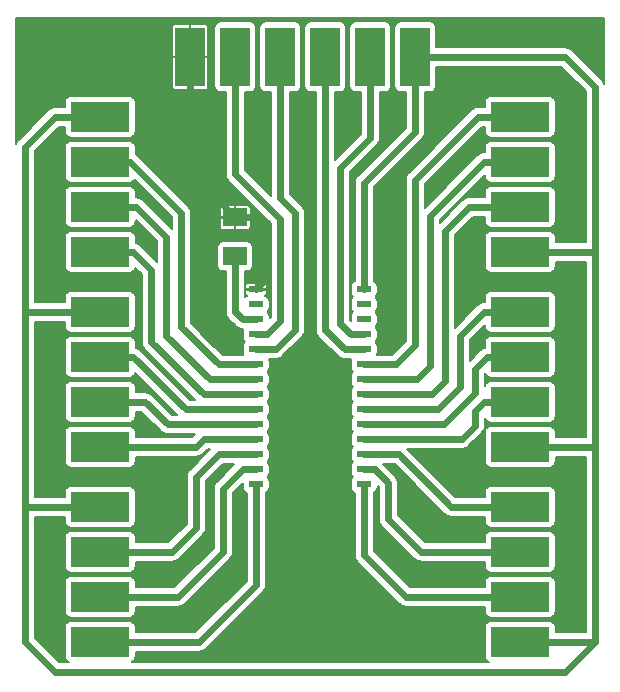
<source format=gtl>
G04 (created by PCBNEW-RS274X (2012-jan-04)-stable) date Mon 13 Aug 2012 10:18:50 PM CEST*
G01*
G70*
G90*
%MOIN*%
G04 Gerber Fmt 3.4, Leading zero omitted, Abs format*
%FSLAX34Y34*%
G04 APERTURE LIST*
%ADD10C,0.006000*%
%ADD11R,0.050000X0.020000*%
%ADD12R,0.098400X0.196900*%
%ADD13R,0.196900X0.098400*%
%ADD14R,0.080000X0.060000*%
%ADD15C,0.024000*%
%ADD16C,0.008000*%
G04 APERTURE END LIST*
G54D10*
G54D11*
X61700Y-37250D03*
X61700Y-37750D03*
X61700Y-38250D03*
X61700Y-38750D03*
X61700Y-39250D03*
X61700Y-39750D03*
X61700Y-40250D03*
X61700Y-40750D03*
X61700Y-41250D03*
X61700Y-41750D03*
X61700Y-42250D03*
X61700Y-42750D03*
X61700Y-43250D03*
X61700Y-43750D03*
X65300Y-43750D03*
X65300Y-43250D03*
X65300Y-42750D03*
X65300Y-42250D03*
X65300Y-41750D03*
X65300Y-41250D03*
X65300Y-40750D03*
X65300Y-40250D03*
X65300Y-39750D03*
X65300Y-39250D03*
X65300Y-38750D03*
X65300Y-38250D03*
X65300Y-37750D03*
X65300Y-37250D03*
G54D12*
X67000Y-29500D03*
G54D13*
X70500Y-31500D03*
X70500Y-33000D03*
X70500Y-34500D03*
X70500Y-38000D03*
X70500Y-39500D03*
X70500Y-41000D03*
X70500Y-44500D03*
X70500Y-46000D03*
X70500Y-47500D03*
X56500Y-49000D03*
X56500Y-47500D03*
X56500Y-46000D03*
X56500Y-42500D03*
X56500Y-41000D03*
X56500Y-39500D03*
X56500Y-36000D03*
X56500Y-34500D03*
X56500Y-33000D03*
X70500Y-36000D03*
X70500Y-42500D03*
X70500Y-49000D03*
X56500Y-44500D03*
X56500Y-38000D03*
X56500Y-31500D03*
G54D12*
X59500Y-29500D03*
X64000Y-29500D03*
X65500Y-29500D03*
X62500Y-29500D03*
X61000Y-29500D03*
G54D14*
X61000Y-36150D03*
X61000Y-34850D03*
G54D15*
X59500Y-29500D02*
X59500Y-33350D01*
X59500Y-33350D02*
X61000Y-34850D01*
X61000Y-34850D02*
X61650Y-34850D01*
X62000Y-36950D02*
X61700Y-37250D01*
X62000Y-35200D02*
X62000Y-36950D01*
X61650Y-34850D02*
X62000Y-35200D01*
X65300Y-40750D02*
X67550Y-40750D01*
X68800Y-34500D02*
X70500Y-34500D01*
X68000Y-35300D02*
X68800Y-34500D01*
X68000Y-40300D02*
X68000Y-35300D01*
X67550Y-40750D02*
X68000Y-40300D01*
X65300Y-41750D02*
X67950Y-41750D01*
X67950Y-41750D02*
X69000Y-40700D01*
X69000Y-40700D02*
X69000Y-39900D01*
X69400Y-39500D02*
X70500Y-39500D01*
X69000Y-39900D02*
X69400Y-39500D01*
X65300Y-42250D02*
X68550Y-42250D01*
X69300Y-41000D02*
X70500Y-41000D01*
X69000Y-41300D02*
X69300Y-41000D01*
X69000Y-41800D02*
X69000Y-41300D01*
X68550Y-42250D02*
X69000Y-41800D01*
X70500Y-44500D02*
X68200Y-44500D01*
X66450Y-42750D02*
X65300Y-42750D01*
X68200Y-44500D02*
X66450Y-42750D01*
X66100Y-44900D02*
X67200Y-46000D01*
X67200Y-46000D02*
X70500Y-46000D01*
X65300Y-43250D02*
X65650Y-43250D01*
X66100Y-43700D02*
X66100Y-44900D01*
X65650Y-43250D02*
X66100Y-43700D01*
X64850Y-38750D02*
X65300Y-38750D01*
X65500Y-32200D02*
X64500Y-33200D01*
X64500Y-38400D02*
X64850Y-38750D01*
X65500Y-29500D02*
X65500Y-32200D01*
X64500Y-33200D02*
X64500Y-38400D01*
X70500Y-47500D02*
X66700Y-47500D01*
X65300Y-46100D02*
X65300Y-43750D01*
X66700Y-47500D02*
X65300Y-46100D01*
X65300Y-39250D02*
X64650Y-39250D01*
X64650Y-39250D02*
X64000Y-38600D01*
X64000Y-38600D02*
X64000Y-29500D01*
X61700Y-47100D02*
X61700Y-43750D01*
X59800Y-49000D02*
X61700Y-47100D01*
X56500Y-49000D02*
X59800Y-49000D01*
X69100Y-31500D02*
X67000Y-33600D01*
X67000Y-33600D02*
X67000Y-39100D01*
X67000Y-39100D02*
X66350Y-39750D01*
X66350Y-39750D02*
X65300Y-39750D01*
X70500Y-31500D02*
X69100Y-31500D01*
X56500Y-47500D02*
X59100Y-47500D01*
X60600Y-43900D02*
X61250Y-43250D01*
X60600Y-46000D02*
X60600Y-43900D01*
X59100Y-47500D02*
X60600Y-46000D01*
X61250Y-43250D02*
X61700Y-43250D01*
X69300Y-33000D02*
X70500Y-33000D01*
X67500Y-39798D02*
X67500Y-34800D01*
X67048Y-40250D02*
X67500Y-39798D01*
X65300Y-40250D02*
X67048Y-40250D01*
X67500Y-34800D02*
X69300Y-33000D01*
X59700Y-45200D02*
X59700Y-43500D01*
X58900Y-46000D02*
X59700Y-45200D01*
X59700Y-43500D02*
X60450Y-42750D01*
X60450Y-42750D02*
X61700Y-42750D01*
X56500Y-46000D02*
X58900Y-46000D01*
X61000Y-36150D02*
X61000Y-38000D01*
X61250Y-38250D02*
X61700Y-38250D01*
X61000Y-38000D02*
X61250Y-38250D01*
X56500Y-42500D02*
X59700Y-42500D01*
X59950Y-42250D02*
X61700Y-42250D01*
X59700Y-42500D02*
X59950Y-42250D01*
X65300Y-41250D02*
X67750Y-41250D01*
X67750Y-41250D02*
X68500Y-40500D01*
X68500Y-40500D02*
X68500Y-38800D01*
X68500Y-38800D02*
X69300Y-38000D01*
X69300Y-38000D02*
X70500Y-38000D01*
X56500Y-41000D02*
X58000Y-41000D01*
X58750Y-41750D02*
X61700Y-41750D01*
X58000Y-41000D02*
X58750Y-41750D01*
X61700Y-41250D02*
X59350Y-41250D01*
X57600Y-39500D02*
X56500Y-39500D01*
X59350Y-41250D02*
X57600Y-39500D01*
X58200Y-36600D02*
X57600Y-36000D01*
X57600Y-36000D02*
X56500Y-36000D01*
X58200Y-39000D02*
X58200Y-36600D01*
X59950Y-40750D02*
X58200Y-39000D01*
X61700Y-40750D02*
X59950Y-40750D01*
X63000Y-38600D02*
X62350Y-39250D01*
X62500Y-34200D02*
X63000Y-34700D01*
X63000Y-34700D02*
X63000Y-38600D01*
X62350Y-39250D02*
X61700Y-39250D01*
X62500Y-29500D02*
X62500Y-34200D01*
X61700Y-38750D02*
X62050Y-38750D01*
X62050Y-38750D02*
X62500Y-38300D01*
X61000Y-33400D02*
X61000Y-29500D01*
X62500Y-34900D02*
X62200Y-34600D01*
X62500Y-38300D02*
X62500Y-34900D01*
X61000Y-33400D02*
X62200Y-34600D01*
X59200Y-34700D02*
X59200Y-38500D01*
X60450Y-39750D02*
X61700Y-39750D01*
X57500Y-33000D02*
X59200Y-34700D01*
X56500Y-33000D02*
X57500Y-33000D01*
X59200Y-38500D02*
X60450Y-39750D01*
X57700Y-34500D02*
X56500Y-34500D01*
X58700Y-35500D02*
X57700Y-34500D01*
X58700Y-38800D02*
X58700Y-35500D01*
X60150Y-40250D02*
X58700Y-38800D01*
X61700Y-40250D02*
X60150Y-40250D01*
X56500Y-38000D02*
X54000Y-38000D01*
X73000Y-36000D02*
X73000Y-30500D01*
X70500Y-36000D02*
X73000Y-36000D01*
X73000Y-48800D02*
X73000Y-42500D01*
X73000Y-49000D02*
X73000Y-48800D01*
X73000Y-30500D02*
X72000Y-29500D01*
X72000Y-29500D02*
X67000Y-29500D01*
X56500Y-31500D02*
X55000Y-31500D01*
X56500Y-44500D02*
X54000Y-44500D01*
X73000Y-42500D02*
X73000Y-36000D01*
X70500Y-42500D02*
X73000Y-42500D01*
X67000Y-32000D02*
X67000Y-29500D01*
X73000Y-49000D02*
X73000Y-48800D01*
X70500Y-49000D02*
X73000Y-49000D01*
X65300Y-33700D02*
X67000Y-32000D01*
X65300Y-37250D02*
X65300Y-33700D01*
X55000Y-31500D02*
X54000Y-32500D01*
X54000Y-44500D02*
X54000Y-49000D01*
X54000Y-38000D02*
X54000Y-44500D01*
X54000Y-32500D02*
X54000Y-38000D01*
X54000Y-49000D02*
X55000Y-50000D01*
X55000Y-50000D02*
X72000Y-50000D01*
X72000Y-50000D02*
X73000Y-49000D01*
G54D10*
G36*
X73305Y-30407D02*
X73297Y-30381D01*
X73296Y-30380D01*
X73296Y-30378D01*
X73280Y-30349D01*
X73269Y-30326D01*
X73267Y-30324D01*
X73267Y-30323D01*
X73257Y-30311D01*
X73229Y-30276D01*
X73227Y-30275D01*
X73226Y-30274D01*
X72232Y-29280D01*
X72229Y-29276D01*
X72226Y-29274D01*
X72181Y-29236D01*
X72179Y-29235D01*
X72178Y-29234D01*
X72126Y-29206D01*
X72123Y-29204D01*
X72067Y-29187D01*
X72064Y-29186D01*
X72022Y-29182D01*
X72004Y-29180D01*
X72001Y-29180D01*
X72000Y-29180D01*
X67691Y-29180D01*
X67691Y-28496D01*
X67683Y-28458D01*
X67668Y-28422D01*
X67647Y-28389D01*
X67619Y-28362D01*
X67587Y-28340D01*
X67551Y-28325D01*
X67512Y-28317D01*
X67473Y-28317D01*
X66488Y-28317D01*
X66450Y-28325D01*
X66414Y-28340D01*
X66381Y-28361D01*
X66354Y-28389D01*
X66332Y-28421D01*
X66317Y-28457D01*
X66309Y-28496D01*
X66309Y-28535D01*
X66309Y-30504D01*
X66317Y-30542D01*
X66332Y-30578D01*
X66353Y-30611D01*
X66381Y-30638D01*
X66413Y-30660D01*
X66449Y-30675D01*
X66488Y-30683D01*
X66527Y-30683D01*
X66680Y-30683D01*
X66680Y-31868D01*
X65080Y-33467D01*
X65076Y-33471D01*
X65036Y-33519D01*
X65035Y-33520D01*
X65034Y-33522D01*
X65004Y-33577D01*
X64986Y-33636D01*
X64982Y-33678D01*
X64980Y-33696D01*
X64980Y-33699D01*
X64980Y-33700D01*
X64980Y-36964D01*
X64956Y-36974D01*
X64923Y-36995D01*
X64896Y-37023D01*
X64874Y-37055D01*
X64859Y-37091D01*
X64851Y-37130D01*
X64851Y-37169D01*
X64851Y-37370D01*
X64859Y-37408D01*
X64874Y-37444D01*
X64895Y-37477D01*
X64918Y-37499D01*
X64896Y-37523D01*
X64874Y-37555D01*
X64859Y-37591D01*
X64851Y-37630D01*
X64851Y-37669D01*
X64851Y-37870D01*
X64859Y-37908D01*
X64874Y-37944D01*
X64895Y-37977D01*
X64918Y-37999D01*
X64896Y-38023D01*
X64874Y-38055D01*
X64859Y-38091D01*
X64851Y-38130D01*
X64851Y-38169D01*
X64851Y-38298D01*
X64820Y-38267D01*
X64820Y-33332D01*
X65719Y-32432D01*
X65724Y-32429D01*
X65726Y-32426D01*
X65764Y-32381D01*
X65764Y-32379D01*
X65766Y-32378D01*
X65776Y-32358D01*
X65794Y-32326D01*
X65794Y-32323D01*
X65795Y-32323D01*
X65813Y-32267D01*
X65814Y-32264D01*
X65815Y-32242D01*
X65820Y-32204D01*
X65820Y-32200D01*
X65820Y-30683D01*
X66012Y-30683D01*
X66050Y-30675D01*
X66086Y-30660D01*
X66119Y-30639D01*
X66146Y-30611D01*
X66168Y-30579D01*
X66183Y-30543D01*
X66191Y-30504D01*
X66191Y-30465D01*
X66191Y-28496D01*
X66183Y-28458D01*
X66168Y-28422D01*
X66147Y-28389D01*
X66119Y-28362D01*
X66087Y-28340D01*
X66051Y-28325D01*
X66012Y-28317D01*
X65973Y-28317D01*
X64988Y-28317D01*
X64950Y-28325D01*
X64914Y-28340D01*
X64881Y-28361D01*
X64854Y-28389D01*
X64832Y-28421D01*
X64817Y-28457D01*
X64809Y-28496D01*
X64809Y-28535D01*
X64809Y-30504D01*
X64817Y-30542D01*
X64832Y-30578D01*
X64853Y-30611D01*
X64881Y-30638D01*
X64913Y-30660D01*
X64949Y-30675D01*
X64988Y-30683D01*
X65027Y-30683D01*
X65180Y-30683D01*
X65180Y-32068D01*
X64320Y-32928D01*
X64320Y-30683D01*
X64512Y-30683D01*
X64550Y-30675D01*
X64586Y-30660D01*
X64619Y-30639D01*
X64646Y-30611D01*
X64668Y-30579D01*
X64683Y-30543D01*
X64691Y-30504D01*
X64691Y-30465D01*
X64691Y-28496D01*
X64683Y-28458D01*
X64668Y-28422D01*
X64647Y-28389D01*
X64619Y-28362D01*
X64587Y-28340D01*
X64551Y-28325D01*
X64512Y-28317D01*
X64473Y-28317D01*
X63488Y-28317D01*
X63450Y-28325D01*
X63414Y-28340D01*
X63381Y-28361D01*
X63354Y-28389D01*
X63332Y-28421D01*
X63317Y-28457D01*
X63309Y-28496D01*
X63309Y-28535D01*
X63309Y-30504D01*
X63317Y-30542D01*
X63332Y-30578D01*
X63353Y-30611D01*
X63381Y-30638D01*
X63413Y-30660D01*
X63449Y-30675D01*
X63488Y-30683D01*
X63527Y-30683D01*
X63680Y-30683D01*
X63680Y-38596D01*
X63680Y-38600D01*
X63681Y-38618D01*
X63685Y-38659D01*
X63686Y-38662D01*
X63703Y-38719D01*
X63704Y-38722D01*
X63719Y-38751D01*
X63731Y-38774D01*
X63732Y-38775D01*
X63733Y-38777D01*
X63755Y-38803D01*
X63771Y-38823D01*
X63773Y-38825D01*
X63774Y-38826D01*
X64417Y-39469D01*
X64421Y-39474D01*
X64424Y-39476D01*
X64469Y-39514D01*
X64470Y-39514D01*
X64472Y-39516D01*
X64492Y-39526D01*
X64524Y-39544D01*
X64526Y-39544D01*
X64527Y-39545D01*
X64583Y-39563D01*
X64586Y-39564D01*
X64607Y-39565D01*
X64646Y-39570D01*
X64650Y-39570D01*
X64867Y-39570D01*
X64859Y-39591D01*
X64851Y-39630D01*
X64851Y-39669D01*
X64851Y-39870D01*
X64859Y-39908D01*
X64874Y-39944D01*
X64895Y-39977D01*
X64918Y-39999D01*
X64896Y-40023D01*
X64874Y-40055D01*
X64859Y-40091D01*
X64851Y-40130D01*
X64851Y-40169D01*
X64851Y-40370D01*
X64859Y-40408D01*
X64874Y-40444D01*
X64895Y-40477D01*
X64918Y-40499D01*
X64896Y-40523D01*
X64874Y-40555D01*
X64859Y-40591D01*
X64851Y-40630D01*
X64851Y-40669D01*
X64851Y-40870D01*
X64859Y-40908D01*
X64874Y-40944D01*
X64895Y-40977D01*
X64918Y-40999D01*
X64896Y-41023D01*
X64874Y-41055D01*
X64859Y-41091D01*
X64851Y-41130D01*
X64851Y-41169D01*
X64851Y-41370D01*
X64859Y-41408D01*
X64874Y-41444D01*
X64895Y-41477D01*
X64918Y-41499D01*
X64896Y-41523D01*
X64874Y-41555D01*
X64859Y-41591D01*
X64851Y-41630D01*
X64851Y-41669D01*
X64851Y-41870D01*
X64859Y-41908D01*
X64874Y-41944D01*
X64895Y-41977D01*
X64918Y-41999D01*
X64896Y-42023D01*
X64874Y-42055D01*
X64859Y-42091D01*
X64851Y-42130D01*
X64851Y-42169D01*
X64851Y-42370D01*
X64859Y-42408D01*
X64874Y-42444D01*
X64895Y-42477D01*
X64918Y-42499D01*
X64896Y-42523D01*
X64874Y-42555D01*
X64859Y-42591D01*
X64851Y-42630D01*
X64851Y-42669D01*
X64851Y-42870D01*
X64859Y-42908D01*
X64874Y-42944D01*
X64895Y-42977D01*
X64918Y-42999D01*
X64896Y-43023D01*
X64874Y-43055D01*
X64859Y-43091D01*
X64851Y-43130D01*
X64851Y-43169D01*
X64851Y-43370D01*
X64859Y-43408D01*
X64874Y-43444D01*
X64895Y-43477D01*
X64918Y-43499D01*
X64896Y-43523D01*
X64874Y-43555D01*
X64859Y-43591D01*
X64851Y-43630D01*
X64851Y-43669D01*
X64851Y-43870D01*
X64859Y-43908D01*
X64874Y-43944D01*
X64895Y-43977D01*
X64923Y-44004D01*
X64955Y-44026D01*
X64980Y-44036D01*
X64980Y-46096D01*
X64980Y-46100D01*
X64981Y-46118D01*
X64985Y-46159D01*
X64986Y-46162D01*
X65003Y-46219D01*
X65004Y-46222D01*
X65019Y-46251D01*
X65031Y-46274D01*
X65032Y-46275D01*
X65033Y-46277D01*
X65055Y-46303D01*
X65071Y-46323D01*
X65073Y-46325D01*
X65074Y-46326D01*
X66470Y-47723D01*
X66471Y-47724D01*
X66473Y-47726D01*
X66489Y-47739D01*
X66519Y-47764D01*
X66521Y-47765D01*
X66574Y-47794D01*
X66576Y-47795D01*
X66592Y-47799D01*
X66633Y-47813D01*
X66636Y-47813D01*
X66696Y-47820D01*
X66700Y-47820D01*
X69317Y-47820D01*
X69317Y-48012D01*
X69325Y-48050D01*
X69340Y-48086D01*
X69361Y-48119D01*
X69389Y-48146D01*
X69421Y-48168D01*
X69457Y-48183D01*
X69496Y-48191D01*
X69535Y-48191D01*
X71504Y-48191D01*
X71542Y-48183D01*
X71578Y-48168D01*
X71611Y-48147D01*
X71638Y-48119D01*
X71660Y-48087D01*
X71675Y-48051D01*
X71683Y-48012D01*
X71683Y-47973D01*
X71683Y-46988D01*
X71675Y-46950D01*
X71660Y-46914D01*
X71639Y-46881D01*
X71611Y-46854D01*
X71579Y-46832D01*
X71543Y-46817D01*
X71504Y-46809D01*
X71465Y-46809D01*
X69496Y-46809D01*
X69458Y-46817D01*
X69422Y-46832D01*
X69389Y-46853D01*
X69362Y-46881D01*
X69340Y-46913D01*
X69325Y-46949D01*
X69317Y-46988D01*
X69317Y-47027D01*
X69317Y-47180D01*
X66832Y-47180D01*
X65620Y-45967D01*
X65620Y-44036D01*
X65644Y-44026D01*
X65677Y-44005D01*
X65704Y-43977D01*
X65726Y-43945D01*
X65741Y-43909D01*
X65749Y-43870D01*
X65749Y-43831D01*
X65749Y-43801D01*
X65780Y-43832D01*
X65780Y-44896D01*
X65780Y-44900D01*
X65781Y-44918D01*
X65785Y-44959D01*
X65786Y-44962D01*
X65803Y-45019D01*
X65804Y-45022D01*
X65819Y-45051D01*
X65831Y-45074D01*
X65832Y-45075D01*
X65833Y-45077D01*
X65855Y-45103D01*
X65871Y-45123D01*
X65873Y-45125D01*
X65874Y-45126D01*
X66970Y-46223D01*
X66971Y-46224D01*
X66973Y-46226D01*
X66989Y-46239D01*
X67019Y-46264D01*
X67021Y-46265D01*
X67074Y-46294D01*
X67076Y-46294D01*
X67077Y-46295D01*
X67133Y-46313D01*
X67136Y-46314D01*
X67157Y-46315D01*
X67196Y-46320D01*
X67200Y-46320D01*
X69317Y-46320D01*
X69317Y-46512D01*
X69325Y-46550D01*
X69340Y-46586D01*
X69361Y-46619D01*
X69389Y-46646D01*
X69421Y-46668D01*
X69457Y-46683D01*
X69496Y-46691D01*
X69535Y-46691D01*
X71504Y-46691D01*
X71542Y-46683D01*
X71578Y-46668D01*
X71611Y-46647D01*
X71638Y-46619D01*
X71660Y-46587D01*
X71675Y-46551D01*
X71683Y-46512D01*
X71683Y-46473D01*
X71683Y-45488D01*
X71675Y-45450D01*
X71660Y-45414D01*
X71639Y-45381D01*
X71611Y-45354D01*
X71579Y-45332D01*
X71543Y-45317D01*
X71504Y-45309D01*
X71465Y-45309D01*
X69496Y-45309D01*
X69458Y-45317D01*
X69422Y-45332D01*
X69389Y-45353D01*
X69362Y-45381D01*
X69340Y-45413D01*
X69325Y-45449D01*
X69317Y-45488D01*
X69317Y-45527D01*
X69317Y-45680D01*
X67332Y-45680D01*
X66420Y-44767D01*
X66420Y-43703D01*
X66420Y-43700D01*
X66414Y-43641D01*
X66414Y-43638D01*
X66398Y-43587D01*
X66397Y-43581D01*
X66396Y-43580D01*
X66396Y-43578D01*
X66368Y-43526D01*
X66367Y-43523D01*
X66346Y-43497D01*
X66329Y-43476D01*
X66326Y-43473D01*
X65922Y-43070D01*
X66317Y-43070D01*
X67970Y-44723D01*
X67971Y-44724D01*
X67973Y-44726D01*
X67989Y-44739D01*
X68019Y-44764D01*
X68021Y-44765D01*
X68074Y-44794D01*
X68076Y-44795D01*
X68092Y-44799D01*
X68133Y-44813D01*
X68136Y-44813D01*
X68196Y-44820D01*
X68200Y-44820D01*
X69317Y-44820D01*
X69317Y-45012D01*
X69325Y-45050D01*
X69340Y-45086D01*
X69361Y-45119D01*
X69389Y-45146D01*
X69421Y-45168D01*
X69457Y-45183D01*
X69496Y-45191D01*
X69535Y-45191D01*
X71504Y-45191D01*
X71542Y-45183D01*
X71578Y-45168D01*
X71611Y-45147D01*
X71638Y-45119D01*
X71660Y-45087D01*
X71675Y-45051D01*
X71683Y-45012D01*
X71683Y-44973D01*
X71683Y-43988D01*
X71675Y-43950D01*
X71660Y-43914D01*
X71639Y-43881D01*
X71611Y-43854D01*
X71579Y-43832D01*
X71543Y-43817D01*
X71504Y-43809D01*
X71465Y-43809D01*
X69496Y-43809D01*
X69458Y-43817D01*
X69422Y-43832D01*
X69389Y-43853D01*
X69362Y-43881D01*
X69340Y-43913D01*
X69325Y-43949D01*
X69317Y-43988D01*
X69317Y-44027D01*
X69317Y-44180D01*
X68332Y-44180D01*
X66722Y-42570D01*
X68546Y-42570D01*
X68550Y-42570D01*
X68568Y-42568D01*
X68609Y-42565D01*
X68612Y-42564D01*
X68669Y-42547D01*
X68669Y-42546D01*
X68672Y-42546D01*
X68701Y-42530D01*
X68724Y-42519D01*
X68725Y-42517D01*
X68727Y-42517D01*
X68753Y-42495D01*
X68773Y-42479D01*
X68775Y-42477D01*
X68776Y-42476D01*
X69223Y-42029D01*
X69224Y-42029D01*
X69224Y-42028D01*
X69226Y-42027D01*
X69242Y-42007D01*
X69264Y-41981D01*
X69264Y-41979D01*
X69266Y-41978D01*
X69276Y-41958D01*
X69294Y-41926D01*
X69294Y-41923D01*
X69295Y-41923D01*
X69313Y-41867D01*
X69314Y-41864D01*
X69315Y-41842D01*
X69320Y-41804D01*
X69320Y-41800D01*
X69320Y-41526D01*
X69325Y-41550D01*
X69340Y-41586D01*
X69361Y-41619D01*
X69389Y-41646D01*
X69421Y-41668D01*
X69457Y-41683D01*
X69496Y-41691D01*
X69535Y-41691D01*
X71504Y-41691D01*
X71542Y-41683D01*
X71578Y-41668D01*
X71611Y-41647D01*
X71638Y-41619D01*
X71660Y-41587D01*
X71675Y-41551D01*
X71683Y-41512D01*
X71683Y-41473D01*
X71683Y-40488D01*
X71675Y-40450D01*
X71660Y-40414D01*
X71639Y-40381D01*
X71611Y-40354D01*
X71579Y-40332D01*
X71543Y-40317D01*
X71504Y-40309D01*
X71465Y-40309D01*
X69496Y-40309D01*
X69458Y-40317D01*
X69422Y-40332D01*
X69389Y-40353D01*
X69362Y-40381D01*
X69340Y-40413D01*
X69325Y-40449D01*
X69320Y-40473D01*
X69320Y-40032D01*
X69321Y-40031D01*
X69325Y-40050D01*
X69340Y-40086D01*
X69361Y-40119D01*
X69389Y-40146D01*
X69421Y-40168D01*
X69457Y-40183D01*
X69496Y-40191D01*
X69535Y-40191D01*
X71504Y-40191D01*
X71542Y-40183D01*
X71578Y-40168D01*
X71611Y-40147D01*
X71638Y-40119D01*
X71660Y-40087D01*
X71675Y-40051D01*
X71683Y-40012D01*
X71683Y-39973D01*
X71683Y-38988D01*
X71675Y-38950D01*
X71660Y-38914D01*
X71639Y-38881D01*
X71611Y-38854D01*
X71579Y-38832D01*
X71543Y-38817D01*
X71504Y-38809D01*
X71465Y-38809D01*
X69496Y-38809D01*
X69458Y-38817D01*
X69422Y-38832D01*
X69389Y-38853D01*
X69362Y-38881D01*
X69340Y-38913D01*
X69325Y-38949D01*
X69317Y-38988D01*
X69317Y-39027D01*
X69317Y-39192D01*
X69287Y-39201D01*
X69281Y-39203D01*
X69280Y-39203D01*
X69278Y-39204D01*
X69223Y-39233D01*
X69197Y-39253D01*
X69176Y-39271D01*
X69173Y-39274D01*
X68820Y-39627D01*
X68820Y-38932D01*
X69317Y-38435D01*
X69317Y-38512D01*
X69325Y-38550D01*
X69340Y-38586D01*
X69361Y-38619D01*
X69389Y-38646D01*
X69421Y-38668D01*
X69457Y-38683D01*
X69496Y-38691D01*
X69535Y-38691D01*
X71504Y-38691D01*
X71542Y-38683D01*
X71578Y-38668D01*
X71611Y-38647D01*
X71638Y-38619D01*
X71660Y-38587D01*
X71675Y-38551D01*
X71683Y-38512D01*
X71683Y-38473D01*
X71683Y-37488D01*
X71675Y-37450D01*
X71660Y-37414D01*
X71639Y-37381D01*
X71611Y-37354D01*
X71579Y-37332D01*
X71543Y-37317D01*
X71504Y-37309D01*
X71465Y-37309D01*
X69496Y-37309D01*
X69458Y-37317D01*
X69422Y-37332D01*
X69389Y-37353D01*
X69362Y-37381D01*
X69340Y-37413D01*
X69325Y-37449D01*
X69317Y-37488D01*
X69317Y-37527D01*
X69317Y-37680D01*
X69303Y-37680D01*
X69300Y-37680D01*
X69238Y-37686D01*
X69187Y-37701D01*
X69181Y-37703D01*
X69180Y-37703D01*
X69178Y-37704D01*
X69123Y-37733D01*
X69097Y-37753D01*
X69076Y-37771D01*
X69073Y-37774D01*
X68320Y-38527D01*
X68320Y-35432D01*
X68932Y-34820D01*
X69317Y-34820D01*
X69317Y-35012D01*
X69325Y-35050D01*
X69340Y-35086D01*
X69361Y-35119D01*
X69389Y-35146D01*
X69421Y-35168D01*
X69457Y-35183D01*
X69496Y-35191D01*
X69535Y-35191D01*
X71504Y-35191D01*
X71542Y-35183D01*
X71578Y-35168D01*
X71611Y-35147D01*
X71638Y-35119D01*
X71660Y-35087D01*
X71675Y-35051D01*
X71683Y-35012D01*
X71683Y-34973D01*
X71683Y-33988D01*
X71675Y-33950D01*
X71660Y-33914D01*
X71639Y-33881D01*
X71611Y-33854D01*
X71579Y-33832D01*
X71543Y-33817D01*
X71504Y-33809D01*
X71465Y-33809D01*
X69496Y-33809D01*
X69458Y-33817D01*
X69422Y-33832D01*
X69389Y-33853D01*
X69362Y-33881D01*
X69340Y-33913D01*
X69325Y-33949D01*
X69317Y-33988D01*
X69317Y-34027D01*
X69317Y-34180D01*
X68803Y-34180D01*
X68800Y-34180D01*
X68738Y-34186D01*
X68687Y-34201D01*
X68681Y-34203D01*
X68680Y-34203D01*
X68678Y-34204D01*
X68623Y-34233D01*
X68597Y-34253D01*
X68576Y-34271D01*
X68573Y-34274D01*
X67820Y-35027D01*
X67820Y-34932D01*
X69317Y-33435D01*
X69317Y-33512D01*
X69325Y-33550D01*
X69340Y-33586D01*
X69361Y-33619D01*
X69389Y-33646D01*
X69421Y-33668D01*
X69457Y-33683D01*
X69496Y-33691D01*
X69535Y-33691D01*
X71504Y-33691D01*
X71542Y-33683D01*
X71578Y-33668D01*
X71611Y-33647D01*
X71638Y-33619D01*
X71660Y-33587D01*
X71675Y-33551D01*
X71683Y-33512D01*
X71683Y-33473D01*
X71683Y-32488D01*
X71675Y-32450D01*
X71660Y-32414D01*
X71639Y-32381D01*
X71611Y-32354D01*
X71579Y-32332D01*
X71543Y-32317D01*
X71504Y-32309D01*
X71465Y-32309D01*
X69496Y-32309D01*
X69458Y-32317D01*
X69422Y-32332D01*
X69389Y-32353D01*
X69362Y-32381D01*
X69340Y-32413D01*
X69325Y-32449D01*
X69317Y-32488D01*
X69317Y-32527D01*
X69317Y-32680D01*
X69303Y-32680D01*
X69300Y-32680D01*
X69238Y-32686D01*
X69187Y-32701D01*
X69181Y-32703D01*
X69180Y-32703D01*
X69178Y-32704D01*
X69123Y-32733D01*
X69097Y-32753D01*
X69076Y-32771D01*
X69073Y-32774D01*
X67320Y-34527D01*
X67320Y-33732D01*
X69232Y-31820D01*
X69317Y-31820D01*
X69317Y-32012D01*
X69325Y-32050D01*
X69340Y-32086D01*
X69361Y-32119D01*
X69389Y-32146D01*
X69421Y-32168D01*
X69457Y-32183D01*
X69496Y-32191D01*
X69535Y-32191D01*
X71504Y-32191D01*
X71542Y-32183D01*
X71578Y-32168D01*
X71611Y-32147D01*
X71638Y-32119D01*
X71660Y-32087D01*
X71675Y-32051D01*
X71683Y-32012D01*
X71683Y-31973D01*
X71683Y-30988D01*
X71675Y-30950D01*
X71660Y-30914D01*
X71639Y-30881D01*
X71611Y-30854D01*
X71579Y-30832D01*
X71543Y-30817D01*
X71504Y-30809D01*
X71465Y-30809D01*
X69496Y-30809D01*
X69458Y-30817D01*
X69422Y-30832D01*
X69389Y-30853D01*
X69362Y-30881D01*
X69340Y-30913D01*
X69325Y-30949D01*
X69317Y-30988D01*
X69317Y-31027D01*
X69317Y-31180D01*
X69103Y-31180D01*
X69100Y-31180D01*
X69038Y-31186D01*
X68978Y-31204D01*
X68923Y-31233D01*
X68907Y-31246D01*
X68876Y-31271D01*
X68873Y-31274D01*
X66780Y-33367D01*
X66776Y-33371D01*
X66736Y-33419D01*
X66735Y-33420D01*
X66734Y-33422D01*
X66704Y-33477D01*
X66686Y-33536D01*
X66682Y-33578D01*
X66680Y-33596D01*
X66680Y-33599D01*
X66680Y-33600D01*
X66680Y-38968D01*
X66218Y-39430D01*
X65732Y-39430D01*
X65741Y-39409D01*
X65749Y-39370D01*
X65749Y-39331D01*
X65749Y-39130D01*
X65741Y-39092D01*
X65726Y-39056D01*
X65705Y-39023D01*
X65681Y-39000D01*
X65704Y-38977D01*
X65726Y-38945D01*
X65741Y-38909D01*
X65749Y-38870D01*
X65749Y-38831D01*
X65749Y-38630D01*
X65741Y-38592D01*
X65726Y-38556D01*
X65705Y-38523D01*
X65681Y-38500D01*
X65704Y-38477D01*
X65726Y-38445D01*
X65741Y-38409D01*
X65749Y-38370D01*
X65749Y-38331D01*
X65749Y-38130D01*
X65741Y-38092D01*
X65726Y-38056D01*
X65705Y-38023D01*
X65681Y-38000D01*
X65704Y-37977D01*
X65726Y-37945D01*
X65741Y-37909D01*
X65749Y-37870D01*
X65749Y-37831D01*
X65749Y-37630D01*
X65741Y-37592D01*
X65726Y-37556D01*
X65705Y-37523D01*
X65681Y-37500D01*
X65704Y-37477D01*
X65726Y-37445D01*
X65741Y-37409D01*
X65749Y-37370D01*
X65749Y-37331D01*
X65749Y-37130D01*
X65741Y-37092D01*
X65726Y-37056D01*
X65705Y-37023D01*
X65677Y-36996D01*
X65645Y-36974D01*
X65620Y-36963D01*
X65620Y-33832D01*
X67219Y-32232D01*
X67224Y-32229D01*
X67226Y-32226D01*
X67264Y-32181D01*
X67264Y-32179D01*
X67266Y-32178D01*
X67276Y-32158D01*
X67294Y-32126D01*
X67294Y-32123D01*
X67295Y-32123D01*
X67313Y-32067D01*
X67314Y-32064D01*
X67315Y-32042D01*
X67320Y-32004D01*
X67320Y-32000D01*
X67320Y-30683D01*
X67512Y-30683D01*
X67550Y-30675D01*
X67586Y-30660D01*
X67619Y-30639D01*
X67646Y-30611D01*
X67668Y-30579D01*
X67683Y-30543D01*
X67691Y-30504D01*
X67691Y-30465D01*
X67691Y-29820D01*
X71868Y-29820D01*
X72680Y-30632D01*
X72680Y-35680D01*
X71683Y-35680D01*
X71683Y-35488D01*
X71675Y-35450D01*
X71660Y-35414D01*
X71639Y-35381D01*
X71611Y-35354D01*
X71579Y-35332D01*
X71543Y-35317D01*
X71504Y-35309D01*
X71465Y-35309D01*
X69496Y-35309D01*
X69458Y-35317D01*
X69422Y-35332D01*
X69389Y-35353D01*
X69362Y-35381D01*
X69340Y-35413D01*
X69325Y-35449D01*
X69317Y-35488D01*
X69317Y-35527D01*
X69317Y-36512D01*
X69325Y-36550D01*
X69340Y-36586D01*
X69361Y-36619D01*
X69389Y-36646D01*
X69421Y-36668D01*
X69457Y-36683D01*
X69496Y-36691D01*
X69535Y-36691D01*
X71504Y-36691D01*
X71542Y-36683D01*
X71578Y-36668D01*
X71611Y-36647D01*
X71638Y-36619D01*
X71660Y-36587D01*
X71675Y-36551D01*
X71683Y-36512D01*
X71683Y-36473D01*
X71683Y-36320D01*
X72680Y-36320D01*
X72680Y-42180D01*
X71683Y-42180D01*
X71683Y-41988D01*
X71675Y-41950D01*
X71660Y-41914D01*
X71639Y-41881D01*
X71611Y-41854D01*
X71579Y-41832D01*
X71543Y-41817D01*
X71504Y-41809D01*
X71465Y-41809D01*
X69496Y-41809D01*
X69458Y-41817D01*
X69422Y-41832D01*
X69389Y-41853D01*
X69362Y-41881D01*
X69340Y-41913D01*
X69325Y-41949D01*
X69317Y-41988D01*
X69317Y-42027D01*
X69317Y-43012D01*
X69325Y-43050D01*
X69340Y-43086D01*
X69361Y-43119D01*
X69389Y-43146D01*
X69421Y-43168D01*
X69457Y-43183D01*
X69496Y-43191D01*
X69535Y-43191D01*
X71504Y-43191D01*
X71542Y-43183D01*
X71578Y-43168D01*
X71611Y-43147D01*
X71638Y-43119D01*
X71660Y-43087D01*
X71675Y-43051D01*
X71683Y-43012D01*
X71683Y-42973D01*
X71683Y-42820D01*
X72680Y-42820D01*
X72680Y-48680D01*
X71683Y-48680D01*
X71683Y-48488D01*
X71675Y-48450D01*
X71660Y-48414D01*
X71639Y-48381D01*
X71611Y-48354D01*
X71579Y-48332D01*
X71543Y-48317D01*
X71504Y-48309D01*
X71465Y-48309D01*
X69496Y-48309D01*
X69458Y-48317D01*
X69422Y-48332D01*
X69389Y-48353D01*
X69362Y-48381D01*
X69340Y-48413D01*
X69325Y-48449D01*
X69317Y-48488D01*
X69317Y-48527D01*
X69317Y-49512D01*
X69325Y-49550D01*
X69340Y-49586D01*
X69361Y-49619D01*
X69389Y-49646D01*
X69421Y-49668D01*
X69449Y-49680D01*
X57549Y-49680D01*
X57578Y-49668D01*
X57611Y-49647D01*
X57638Y-49619D01*
X57660Y-49587D01*
X57675Y-49551D01*
X57683Y-49512D01*
X57683Y-49473D01*
X57683Y-49320D01*
X59796Y-49320D01*
X59800Y-49320D01*
X59818Y-49318D01*
X59859Y-49315D01*
X59862Y-49314D01*
X59919Y-49297D01*
X59919Y-49296D01*
X59922Y-49296D01*
X59951Y-49280D01*
X59974Y-49269D01*
X59975Y-49267D01*
X59977Y-49267D01*
X60003Y-49245D01*
X60023Y-49229D01*
X60025Y-49227D01*
X60026Y-49226D01*
X61919Y-47332D01*
X61924Y-47329D01*
X61926Y-47326D01*
X61964Y-47281D01*
X61964Y-47279D01*
X61966Y-47278D01*
X61994Y-47226D01*
X61996Y-47223D01*
X62013Y-47167D01*
X62014Y-47164D01*
X62018Y-47122D01*
X62020Y-47104D01*
X62020Y-47101D01*
X62020Y-47100D01*
X62020Y-44036D01*
X62044Y-44026D01*
X62077Y-44005D01*
X62104Y-43977D01*
X62126Y-43945D01*
X62141Y-43909D01*
X62149Y-43870D01*
X62149Y-43831D01*
X62149Y-43630D01*
X62141Y-43592D01*
X62126Y-43556D01*
X62105Y-43523D01*
X62081Y-43500D01*
X62104Y-43477D01*
X62126Y-43445D01*
X62141Y-43409D01*
X62149Y-43370D01*
X62149Y-43331D01*
X62149Y-43130D01*
X62141Y-43092D01*
X62126Y-43056D01*
X62105Y-43023D01*
X62081Y-43000D01*
X62104Y-42977D01*
X62126Y-42945D01*
X62141Y-42909D01*
X62149Y-42870D01*
X62149Y-42831D01*
X62149Y-42630D01*
X62141Y-42592D01*
X62126Y-42556D01*
X62105Y-42523D01*
X62081Y-42500D01*
X62104Y-42477D01*
X62126Y-42445D01*
X62141Y-42409D01*
X62149Y-42370D01*
X62149Y-42331D01*
X62149Y-42130D01*
X62141Y-42092D01*
X62126Y-42056D01*
X62105Y-42023D01*
X62081Y-42000D01*
X62104Y-41977D01*
X62126Y-41945D01*
X62141Y-41909D01*
X62149Y-41870D01*
X62149Y-41831D01*
X62149Y-41630D01*
X62141Y-41592D01*
X62126Y-41556D01*
X62105Y-41523D01*
X62081Y-41500D01*
X62104Y-41477D01*
X62126Y-41445D01*
X62141Y-41409D01*
X62149Y-41370D01*
X62149Y-41331D01*
X62149Y-41130D01*
X62141Y-41092D01*
X62126Y-41056D01*
X62105Y-41023D01*
X62081Y-41000D01*
X62104Y-40977D01*
X62126Y-40945D01*
X62141Y-40909D01*
X62149Y-40870D01*
X62149Y-40831D01*
X62149Y-40630D01*
X62141Y-40592D01*
X62126Y-40556D01*
X62105Y-40523D01*
X62081Y-40500D01*
X62104Y-40477D01*
X62126Y-40445D01*
X62141Y-40409D01*
X62149Y-40370D01*
X62149Y-40331D01*
X62149Y-40130D01*
X62141Y-40092D01*
X62126Y-40056D01*
X62105Y-40023D01*
X62081Y-40000D01*
X62104Y-39977D01*
X62126Y-39945D01*
X62141Y-39909D01*
X62149Y-39870D01*
X62149Y-39831D01*
X62149Y-39630D01*
X62141Y-39592D01*
X62131Y-39570D01*
X62346Y-39570D01*
X62350Y-39570D01*
X62368Y-39568D01*
X62409Y-39565D01*
X62412Y-39564D01*
X62469Y-39547D01*
X62469Y-39546D01*
X62472Y-39546D01*
X62501Y-39530D01*
X62524Y-39519D01*
X62525Y-39517D01*
X62527Y-39517D01*
X62553Y-39495D01*
X62573Y-39479D01*
X62575Y-39477D01*
X62576Y-39476D01*
X63219Y-38832D01*
X63224Y-38829D01*
X63226Y-38826D01*
X63264Y-38781D01*
X63264Y-38779D01*
X63266Y-38778D01*
X63276Y-38758D01*
X63294Y-38726D01*
X63294Y-38723D01*
X63295Y-38723D01*
X63313Y-38667D01*
X63314Y-38664D01*
X63315Y-38642D01*
X63320Y-38604D01*
X63320Y-38600D01*
X63320Y-34703D01*
X63320Y-34700D01*
X63318Y-34685D01*
X63315Y-34641D01*
X63314Y-34638D01*
X63297Y-34581D01*
X63296Y-34580D01*
X63296Y-34578D01*
X63280Y-34549D01*
X63269Y-34526D01*
X63267Y-34524D01*
X63267Y-34523D01*
X63257Y-34511D01*
X63229Y-34476D01*
X63227Y-34475D01*
X63226Y-34474D01*
X62820Y-34068D01*
X62820Y-30683D01*
X63012Y-30683D01*
X63050Y-30675D01*
X63086Y-30660D01*
X63119Y-30639D01*
X63146Y-30611D01*
X63168Y-30579D01*
X63183Y-30543D01*
X63191Y-30504D01*
X63191Y-30465D01*
X63191Y-28496D01*
X63183Y-28458D01*
X63168Y-28422D01*
X63147Y-28389D01*
X63119Y-28362D01*
X63087Y-28340D01*
X63051Y-28325D01*
X63012Y-28317D01*
X62973Y-28317D01*
X61988Y-28317D01*
X61950Y-28325D01*
X61914Y-28340D01*
X61881Y-28361D01*
X61854Y-28389D01*
X61832Y-28421D01*
X61817Y-28457D01*
X61809Y-28496D01*
X61809Y-28535D01*
X61809Y-30504D01*
X61817Y-30542D01*
X61832Y-30578D01*
X61853Y-30611D01*
X61881Y-30638D01*
X61913Y-30660D01*
X61949Y-30675D01*
X61988Y-30683D01*
X62027Y-30683D01*
X62180Y-30683D01*
X62180Y-34128D01*
X61320Y-33268D01*
X61320Y-30683D01*
X61512Y-30683D01*
X61550Y-30675D01*
X61586Y-30660D01*
X61619Y-30639D01*
X61646Y-30611D01*
X61668Y-30579D01*
X61683Y-30543D01*
X61691Y-30504D01*
X61691Y-30465D01*
X61691Y-28496D01*
X61683Y-28458D01*
X61668Y-28422D01*
X61647Y-28389D01*
X61619Y-28362D01*
X61587Y-28340D01*
X61551Y-28325D01*
X61512Y-28317D01*
X61473Y-28317D01*
X60488Y-28317D01*
X60450Y-28325D01*
X60414Y-28340D01*
X60381Y-28361D01*
X60354Y-28389D01*
X60332Y-28421D01*
X60317Y-28457D01*
X60309Y-28496D01*
X60309Y-28535D01*
X60309Y-30504D01*
X60317Y-30542D01*
X60332Y-30578D01*
X60353Y-30611D01*
X60381Y-30638D01*
X60413Y-30660D01*
X60449Y-30675D01*
X60488Y-30683D01*
X60527Y-30683D01*
X60680Y-30683D01*
X60680Y-33396D01*
X60680Y-33400D01*
X60681Y-33418D01*
X60685Y-33459D01*
X60686Y-33462D01*
X60703Y-33519D01*
X60704Y-33522D01*
X60719Y-33551D01*
X60731Y-33574D01*
X60732Y-33575D01*
X60733Y-33577D01*
X60755Y-33603D01*
X60771Y-33623D01*
X60773Y-33625D01*
X60774Y-33626D01*
X61971Y-34823D01*
X61974Y-34826D01*
X62180Y-35032D01*
X62180Y-38167D01*
X62149Y-38198D01*
X62149Y-38130D01*
X62141Y-38092D01*
X62126Y-38056D01*
X62105Y-38023D01*
X62081Y-38000D01*
X62104Y-37977D01*
X62126Y-37945D01*
X62141Y-37909D01*
X62149Y-37870D01*
X62149Y-37831D01*
X62149Y-37630D01*
X62141Y-37592D01*
X62126Y-37556D01*
X62105Y-37523D01*
X62077Y-37496D01*
X62045Y-37474D01*
X62009Y-37459D01*
X62001Y-37457D01*
X62007Y-37455D01*
X62026Y-37442D01*
X62042Y-37426D01*
X62055Y-37406D01*
X62064Y-37385D01*
X62069Y-37362D01*
X62070Y-37290D01*
X62070Y-37210D01*
X62069Y-37138D01*
X62064Y-37115D01*
X62055Y-37094D01*
X62042Y-37074D01*
X62026Y-37058D01*
X62007Y-37045D01*
X61985Y-37036D01*
X61962Y-37031D01*
X61939Y-37031D01*
X61740Y-37030D01*
X61710Y-37060D01*
X61710Y-37240D01*
X62040Y-37240D01*
X62070Y-37210D01*
X62070Y-37290D01*
X62040Y-37260D01*
X61750Y-37260D01*
X61710Y-37260D01*
X61690Y-37260D01*
X61690Y-37240D01*
X61690Y-37060D01*
X61660Y-37030D01*
X61461Y-37031D01*
X61438Y-37031D01*
X61415Y-37036D01*
X61393Y-37045D01*
X61374Y-37058D01*
X61358Y-37074D01*
X61345Y-37094D01*
X61336Y-37115D01*
X61331Y-37138D01*
X61330Y-37210D01*
X61360Y-37240D01*
X61690Y-37240D01*
X61690Y-37260D01*
X61650Y-37260D01*
X61360Y-37260D01*
X61330Y-37290D01*
X61331Y-37362D01*
X61336Y-37385D01*
X61345Y-37406D01*
X61358Y-37426D01*
X61374Y-37442D01*
X61393Y-37455D01*
X61399Y-37457D01*
X61392Y-37459D01*
X61356Y-37474D01*
X61323Y-37495D01*
X61320Y-37498D01*
X61320Y-36649D01*
X61420Y-36649D01*
X61458Y-36641D01*
X61494Y-36626D01*
X61527Y-36605D01*
X61554Y-36577D01*
X61576Y-36545D01*
X61591Y-36509D01*
X61599Y-36470D01*
X61599Y-36431D01*
X61599Y-35830D01*
X61591Y-35792D01*
X61576Y-35756D01*
X61555Y-35723D01*
X61527Y-35696D01*
X61520Y-35691D01*
X61520Y-34890D01*
X61520Y-34810D01*
X61519Y-34538D01*
X61514Y-34515D01*
X61505Y-34494D01*
X61492Y-34474D01*
X61476Y-34458D01*
X61457Y-34445D01*
X61435Y-34436D01*
X61412Y-34431D01*
X61389Y-34431D01*
X61040Y-34430D01*
X61010Y-34460D01*
X61010Y-34840D01*
X61490Y-34840D01*
X61520Y-34810D01*
X61520Y-34890D01*
X61490Y-34860D01*
X61010Y-34860D01*
X61010Y-35240D01*
X61040Y-35270D01*
X61389Y-35269D01*
X61412Y-35269D01*
X61435Y-35264D01*
X61457Y-35255D01*
X61476Y-35242D01*
X61492Y-35226D01*
X61505Y-35206D01*
X61514Y-35185D01*
X61519Y-35162D01*
X61520Y-34890D01*
X61520Y-35691D01*
X61495Y-35674D01*
X61459Y-35659D01*
X61420Y-35651D01*
X61381Y-35651D01*
X60990Y-35651D01*
X60990Y-35240D01*
X60990Y-34860D01*
X60990Y-34840D01*
X60990Y-34460D01*
X60960Y-34430D01*
X60611Y-34431D01*
X60588Y-34431D01*
X60565Y-34436D01*
X60543Y-34445D01*
X60524Y-34458D01*
X60508Y-34474D01*
X60495Y-34494D01*
X60486Y-34515D01*
X60481Y-34538D01*
X60480Y-34810D01*
X60510Y-34840D01*
X60990Y-34840D01*
X60990Y-34860D01*
X60510Y-34860D01*
X60480Y-34890D01*
X60481Y-35162D01*
X60486Y-35185D01*
X60495Y-35206D01*
X60508Y-35226D01*
X60524Y-35242D01*
X60543Y-35255D01*
X60565Y-35264D01*
X60588Y-35269D01*
X60611Y-35269D01*
X60960Y-35270D01*
X60990Y-35240D01*
X60990Y-35651D01*
X60580Y-35651D01*
X60542Y-35659D01*
X60506Y-35674D01*
X60473Y-35695D01*
X60446Y-35723D01*
X60424Y-35755D01*
X60409Y-35791D01*
X60401Y-35830D01*
X60401Y-35869D01*
X60401Y-36470D01*
X60409Y-36508D01*
X60424Y-36544D01*
X60445Y-36577D01*
X60473Y-36604D01*
X60505Y-36626D01*
X60541Y-36641D01*
X60580Y-36649D01*
X60619Y-36649D01*
X60680Y-36649D01*
X60680Y-37996D01*
X60680Y-38000D01*
X60681Y-38018D01*
X60685Y-38059D01*
X60686Y-38062D01*
X60703Y-38119D01*
X60704Y-38122D01*
X60719Y-38151D01*
X60731Y-38174D01*
X60732Y-38175D01*
X60733Y-38177D01*
X60755Y-38203D01*
X60771Y-38223D01*
X60773Y-38225D01*
X60774Y-38226D01*
X61020Y-38473D01*
X61021Y-38474D01*
X61023Y-38476D01*
X61039Y-38489D01*
X61069Y-38514D01*
X61071Y-38515D01*
X61124Y-38544D01*
X61126Y-38544D01*
X61127Y-38545D01*
X61183Y-38563D01*
X61186Y-38564D01*
X61207Y-38565D01*
X61246Y-38570D01*
X61250Y-38570D01*
X61267Y-38570D01*
X61259Y-38591D01*
X61251Y-38630D01*
X61251Y-38669D01*
X61251Y-38870D01*
X61259Y-38908D01*
X61274Y-38944D01*
X61295Y-38977D01*
X61318Y-38999D01*
X61296Y-39023D01*
X61274Y-39055D01*
X61259Y-39091D01*
X61251Y-39130D01*
X61251Y-39169D01*
X61251Y-39370D01*
X61259Y-39408D01*
X61268Y-39430D01*
X60582Y-39430D01*
X60112Y-38959D01*
X60112Y-29540D01*
X60112Y-29460D01*
X60111Y-28504D01*
X60106Y-28481D01*
X60097Y-28460D01*
X60084Y-28440D01*
X60068Y-28424D01*
X60049Y-28411D01*
X60027Y-28402D01*
X60004Y-28397D01*
X59981Y-28397D01*
X59540Y-28396D01*
X59510Y-28426D01*
X59510Y-29490D01*
X60082Y-29490D01*
X60112Y-29460D01*
X60112Y-29540D01*
X60082Y-29510D01*
X59510Y-29510D01*
X59510Y-30574D01*
X59540Y-30604D01*
X59981Y-30603D01*
X60004Y-30603D01*
X60027Y-30598D01*
X60049Y-30589D01*
X60068Y-30576D01*
X60084Y-30560D01*
X60097Y-30540D01*
X60106Y-30519D01*
X60111Y-30496D01*
X60112Y-29540D01*
X60112Y-38959D01*
X59520Y-38367D01*
X59520Y-34703D01*
X59520Y-34700D01*
X59518Y-34685D01*
X59515Y-34641D01*
X59514Y-34638D01*
X59497Y-34581D01*
X59496Y-34580D01*
X59496Y-34578D01*
X59490Y-34567D01*
X59490Y-30574D01*
X59490Y-29510D01*
X59490Y-29490D01*
X59490Y-28426D01*
X59460Y-28396D01*
X59019Y-28397D01*
X58996Y-28397D01*
X58973Y-28402D01*
X58951Y-28411D01*
X58932Y-28424D01*
X58916Y-28440D01*
X58903Y-28460D01*
X58894Y-28481D01*
X58889Y-28504D01*
X58888Y-29460D01*
X58918Y-29490D01*
X59490Y-29490D01*
X59490Y-29510D01*
X58918Y-29510D01*
X58888Y-29540D01*
X58889Y-30496D01*
X58894Y-30519D01*
X58903Y-30540D01*
X58916Y-30560D01*
X58932Y-30576D01*
X58951Y-30589D01*
X58973Y-30598D01*
X58996Y-30603D01*
X59019Y-30603D01*
X59460Y-30604D01*
X59490Y-30574D01*
X59490Y-34567D01*
X59480Y-34549D01*
X59469Y-34526D01*
X59467Y-34524D01*
X59467Y-34523D01*
X59457Y-34511D01*
X59429Y-34476D01*
X59427Y-34475D01*
X59426Y-34474D01*
X57732Y-32780D01*
X57729Y-32776D01*
X57726Y-32774D01*
X57683Y-32738D01*
X57683Y-32737D01*
X57683Y-32488D01*
X57675Y-32450D01*
X57660Y-32414D01*
X57639Y-32381D01*
X57611Y-32354D01*
X57579Y-32332D01*
X57543Y-32317D01*
X57504Y-32309D01*
X57465Y-32309D01*
X55496Y-32309D01*
X55458Y-32317D01*
X55422Y-32332D01*
X55389Y-32353D01*
X55362Y-32381D01*
X55340Y-32413D01*
X55325Y-32449D01*
X55317Y-32488D01*
X55317Y-32527D01*
X55317Y-33512D01*
X55325Y-33550D01*
X55340Y-33586D01*
X55361Y-33619D01*
X55389Y-33646D01*
X55421Y-33668D01*
X55457Y-33683D01*
X55496Y-33691D01*
X55535Y-33691D01*
X57504Y-33691D01*
X57542Y-33683D01*
X57578Y-33668D01*
X57611Y-33647D01*
X57638Y-33619D01*
X57649Y-33601D01*
X58880Y-34832D01*
X58880Y-35228D01*
X57932Y-34280D01*
X57929Y-34276D01*
X57926Y-34274D01*
X57881Y-34236D01*
X57879Y-34235D01*
X57878Y-34234D01*
X57826Y-34206D01*
X57823Y-34204D01*
X57767Y-34187D01*
X57764Y-34186D01*
X57722Y-34182D01*
X57704Y-34180D01*
X57701Y-34180D01*
X57700Y-34180D01*
X57683Y-34180D01*
X57683Y-33988D01*
X57675Y-33950D01*
X57660Y-33914D01*
X57639Y-33881D01*
X57611Y-33854D01*
X57579Y-33832D01*
X57543Y-33817D01*
X57504Y-33809D01*
X57465Y-33809D01*
X55496Y-33809D01*
X55458Y-33817D01*
X55422Y-33832D01*
X55389Y-33853D01*
X55362Y-33881D01*
X55340Y-33913D01*
X55325Y-33949D01*
X55317Y-33988D01*
X55317Y-34027D01*
X55317Y-35012D01*
X55325Y-35050D01*
X55340Y-35086D01*
X55361Y-35119D01*
X55389Y-35146D01*
X55421Y-35168D01*
X55457Y-35183D01*
X55496Y-35191D01*
X55535Y-35191D01*
X57504Y-35191D01*
X57542Y-35183D01*
X57578Y-35168D01*
X57611Y-35147D01*
X57638Y-35119D01*
X57660Y-35087D01*
X57675Y-35051D01*
X57683Y-35012D01*
X57683Y-34973D01*
X57683Y-34935D01*
X58380Y-35632D01*
X58380Y-36327D01*
X57832Y-35780D01*
X57829Y-35776D01*
X57826Y-35774D01*
X57781Y-35736D01*
X57779Y-35735D01*
X57778Y-35734D01*
X57726Y-35706D01*
X57723Y-35704D01*
X57683Y-35692D01*
X57683Y-35691D01*
X57683Y-35488D01*
X57675Y-35450D01*
X57660Y-35414D01*
X57639Y-35381D01*
X57611Y-35354D01*
X57579Y-35332D01*
X57543Y-35317D01*
X57504Y-35309D01*
X57465Y-35309D01*
X55496Y-35309D01*
X55458Y-35317D01*
X55422Y-35332D01*
X55389Y-35353D01*
X55362Y-35381D01*
X55340Y-35413D01*
X55325Y-35449D01*
X55317Y-35488D01*
X55317Y-35527D01*
X55317Y-36512D01*
X55325Y-36550D01*
X55340Y-36586D01*
X55361Y-36619D01*
X55389Y-36646D01*
X55421Y-36668D01*
X55457Y-36683D01*
X55496Y-36691D01*
X55535Y-36691D01*
X57504Y-36691D01*
X57542Y-36683D01*
X57578Y-36668D01*
X57611Y-36647D01*
X57638Y-36619D01*
X57660Y-36587D01*
X57675Y-36551D01*
X57678Y-36531D01*
X57880Y-36732D01*
X57880Y-38996D01*
X57880Y-39000D01*
X57881Y-39018D01*
X57885Y-39059D01*
X57886Y-39062D01*
X57903Y-39119D01*
X57904Y-39122D01*
X57919Y-39151D01*
X57931Y-39174D01*
X57932Y-39175D01*
X57933Y-39177D01*
X57955Y-39203D01*
X57971Y-39223D01*
X57973Y-39225D01*
X57974Y-39226D01*
X59677Y-40930D01*
X59482Y-40930D01*
X57832Y-39280D01*
X57829Y-39276D01*
X57826Y-39274D01*
X57781Y-39236D01*
X57779Y-39235D01*
X57778Y-39234D01*
X57726Y-39206D01*
X57723Y-39204D01*
X57683Y-39192D01*
X57683Y-39191D01*
X57683Y-38988D01*
X57675Y-38950D01*
X57660Y-38914D01*
X57639Y-38881D01*
X57611Y-38854D01*
X57579Y-38832D01*
X57543Y-38817D01*
X57504Y-38809D01*
X57465Y-38809D01*
X55496Y-38809D01*
X55458Y-38817D01*
X55422Y-38832D01*
X55389Y-38853D01*
X55362Y-38881D01*
X55340Y-38913D01*
X55325Y-38949D01*
X55317Y-38988D01*
X55317Y-39027D01*
X55317Y-40012D01*
X55325Y-40050D01*
X55340Y-40086D01*
X55361Y-40119D01*
X55389Y-40146D01*
X55421Y-40168D01*
X55457Y-40183D01*
X55496Y-40191D01*
X55535Y-40191D01*
X57504Y-40191D01*
X57542Y-40183D01*
X57578Y-40168D01*
X57611Y-40147D01*
X57638Y-40119D01*
X57660Y-40087D01*
X57675Y-40051D01*
X57679Y-40031D01*
X59077Y-41430D01*
X58882Y-41430D01*
X58232Y-40780D01*
X58229Y-40776D01*
X58226Y-40774D01*
X58181Y-40736D01*
X58179Y-40735D01*
X58178Y-40734D01*
X58126Y-40706D01*
X58123Y-40704D01*
X58067Y-40687D01*
X58064Y-40686D01*
X58022Y-40682D01*
X58004Y-40680D01*
X58001Y-40680D01*
X58000Y-40680D01*
X57683Y-40680D01*
X57683Y-40488D01*
X57675Y-40450D01*
X57660Y-40414D01*
X57639Y-40381D01*
X57611Y-40354D01*
X57579Y-40332D01*
X57543Y-40317D01*
X57504Y-40309D01*
X57465Y-40309D01*
X55496Y-40309D01*
X55458Y-40317D01*
X55422Y-40332D01*
X55389Y-40353D01*
X55362Y-40381D01*
X55340Y-40413D01*
X55325Y-40449D01*
X55317Y-40488D01*
X55317Y-40527D01*
X55317Y-41512D01*
X55325Y-41550D01*
X55340Y-41586D01*
X55361Y-41619D01*
X55389Y-41646D01*
X55421Y-41668D01*
X55457Y-41683D01*
X55496Y-41691D01*
X55535Y-41691D01*
X57504Y-41691D01*
X57542Y-41683D01*
X57578Y-41668D01*
X57611Y-41647D01*
X57638Y-41619D01*
X57660Y-41587D01*
X57675Y-41551D01*
X57683Y-41512D01*
X57683Y-41473D01*
X57683Y-41320D01*
X57867Y-41320D01*
X58520Y-41973D01*
X58521Y-41974D01*
X58523Y-41976D01*
X58539Y-41989D01*
X58569Y-42014D01*
X58571Y-42015D01*
X58624Y-42044D01*
X58626Y-42045D01*
X58642Y-42049D01*
X58683Y-42063D01*
X58686Y-42063D01*
X58746Y-42070D01*
X58750Y-42070D01*
X59677Y-42070D01*
X59567Y-42180D01*
X57683Y-42180D01*
X57683Y-41988D01*
X57675Y-41950D01*
X57660Y-41914D01*
X57639Y-41881D01*
X57611Y-41854D01*
X57579Y-41832D01*
X57543Y-41817D01*
X57504Y-41809D01*
X57465Y-41809D01*
X55496Y-41809D01*
X55458Y-41817D01*
X55422Y-41832D01*
X55389Y-41853D01*
X55362Y-41881D01*
X55340Y-41913D01*
X55325Y-41949D01*
X55317Y-41988D01*
X55317Y-42027D01*
X55317Y-43012D01*
X55325Y-43050D01*
X55340Y-43086D01*
X55361Y-43119D01*
X55389Y-43146D01*
X55421Y-43168D01*
X55457Y-43183D01*
X55496Y-43191D01*
X55535Y-43191D01*
X57504Y-43191D01*
X57542Y-43183D01*
X57578Y-43168D01*
X57611Y-43147D01*
X57638Y-43119D01*
X57660Y-43087D01*
X57675Y-43051D01*
X57683Y-43012D01*
X57683Y-42973D01*
X57683Y-42820D01*
X59696Y-42820D01*
X59700Y-42820D01*
X59718Y-42818D01*
X59759Y-42815D01*
X59762Y-42814D01*
X59819Y-42797D01*
X59819Y-42796D01*
X59822Y-42796D01*
X59851Y-42780D01*
X59874Y-42769D01*
X59875Y-42767D01*
X59877Y-42767D01*
X59903Y-42745D01*
X59923Y-42729D01*
X59925Y-42727D01*
X59926Y-42726D01*
X60082Y-42570D01*
X60177Y-42570D01*
X59480Y-43267D01*
X59476Y-43271D01*
X59436Y-43319D01*
X59435Y-43320D01*
X59434Y-43322D01*
X59404Y-43377D01*
X59386Y-43436D01*
X59382Y-43478D01*
X59380Y-43496D01*
X59380Y-43499D01*
X59380Y-43500D01*
X59380Y-45067D01*
X58767Y-45680D01*
X57683Y-45680D01*
X57683Y-45488D01*
X57675Y-45450D01*
X57660Y-45414D01*
X57639Y-45381D01*
X57611Y-45354D01*
X57579Y-45332D01*
X57543Y-45317D01*
X57504Y-45309D01*
X57465Y-45309D01*
X55496Y-45309D01*
X55458Y-45317D01*
X55422Y-45332D01*
X55389Y-45353D01*
X55362Y-45381D01*
X55340Y-45413D01*
X55325Y-45449D01*
X55317Y-45488D01*
X55317Y-45527D01*
X55317Y-46512D01*
X55325Y-46550D01*
X55340Y-46586D01*
X55361Y-46619D01*
X55389Y-46646D01*
X55421Y-46668D01*
X55457Y-46683D01*
X55496Y-46691D01*
X55535Y-46691D01*
X57504Y-46691D01*
X57542Y-46683D01*
X57578Y-46668D01*
X57611Y-46647D01*
X57638Y-46619D01*
X57660Y-46587D01*
X57675Y-46551D01*
X57683Y-46512D01*
X57683Y-46473D01*
X57683Y-46320D01*
X58896Y-46320D01*
X58900Y-46320D01*
X58918Y-46318D01*
X58959Y-46315D01*
X58962Y-46314D01*
X59019Y-46297D01*
X59019Y-46296D01*
X59022Y-46296D01*
X59051Y-46280D01*
X59074Y-46269D01*
X59075Y-46267D01*
X59077Y-46267D01*
X59103Y-46245D01*
X59123Y-46229D01*
X59125Y-46227D01*
X59126Y-46226D01*
X59923Y-45429D01*
X59924Y-45429D01*
X59924Y-45428D01*
X59926Y-45427D01*
X59942Y-45407D01*
X59964Y-45381D01*
X59964Y-45379D01*
X59966Y-45378D01*
X59976Y-45358D01*
X59994Y-45326D01*
X59994Y-45323D01*
X59995Y-45323D01*
X60013Y-45267D01*
X60014Y-45264D01*
X60015Y-45242D01*
X60020Y-45204D01*
X60020Y-45200D01*
X60020Y-43632D01*
X60582Y-43070D01*
X60978Y-43070D01*
X60380Y-43667D01*
X60376Y-43671D01*
X60336Y-43719D01*
X60335Y-43720D01*
X60334Y-43722D01*
X60304Y-43777D01*
X60286Y-43836D01*
X60282Y-43878D01*
X60280Y-43896D01*
X60280Y-43899D01*
X60280Y-43900D01*
X60280Y-45867D01*
X58967Y-47180D01*
X57683Y-47180D01*
X57683Y-46988D01*
X57675Y-46950D01*
X57660Y-46914D01*
X57639Y-46881D01*
X57611Y-46854D01*
X57579Y-46832D01*
X57543Y-46817D01*
X57504Y-46809D01*
X57465Y-46809D01*
X55496Y-46809D01*
X55458Y-46817D01*
X55422Y-46832D01*
X55389Y-46853D01*
X55362Y-46881D01*
X55340Y-46913D01*
X55325Y-46949D01*
X55317Y-46988D01*
X55317Y-47027D01*
X55317Y-48012D01*
X55325Y-48050D01*
X55340Y-48086D01*
X55361Y-48119D01*
X55389Y-48146D01*
X55421Y-48168D01*
X55457Y-48183D01*
X55496Y-48191D01*
X55535Y-48191D01*
X57504Y-48191D01*
X57542Y-48183D01*
X57578Y-48168D01*
X57611Y-48147D01*
X57638Y-48119D01*
X57660Y-48087D01*
X57675Y-48051D01*
X57683Y-48012D01*
X57683Y-47973D01*
X57683Y-47820D01*
X59096Y-47820D01*
X59100Y-47820D01*
X59118Y-47818D01*
X59159Y-47815D01*
X59162Y-47814D01*
X59219Y-47797D01*
X59219Y-47796D01*
X59222Y-47796D01*
X59251Y-47780D01*
X59274Y-47769D01*
X59275Y-47767D01*
X59277Y-47767D01*
X59303Y-47745D01*
X59323Y-47729D01*
X59325Y-47727D01*
X59326Y-47726D01*
X60823Y-46229D01*
X60824Y-46229D01*
X60824Y-46228D01*
X60826Y-46227D01*
X60842Y-46207D01*
X60864Y-46181D01*
X60864Y-46179D01*
X60866Y-46178D01*
X60876Y-46158D01*
X60894Y-46126D01*
X60894Y-46123D01*
X60895Y-46123D01*
X60913Y-46067D01*
X60914Y-46064D01*
X60915Y-46042D01*
X60920Y-46004D01*
X60920Y-46000D01*
X60920Y-44032D01*
X61251Y-43701D01*
X61251Y-43870D01*
X61259Y-43908D01*
X61274Y-43944D01*
X61295Y-43977D01*
X61323Y-44004D01*
X61355Y-44026D01*
X61380Y-44036D01*
X61380Y-46968D01*
X59668Y-48680D01*
X57683Y-48680D01*
X57683Y-48488D01*
X57675Y-48450D01*
X57660Y-48414D01*
X57639Y-48381D01*
X57611Y-48354D01*
X57579Y-48332D01*
X57543Y-48317D01*
X57504Y-48309D01*
X57465Y-48309D01*
X55496Y-48309D01*
X55458Y-48317D01*
X55422Y-48332D01*
X55389Y-48353D01*
X55362Y-48381D01*
X55340Y-48413D01*
X55325Y-48449D01*
X55317Y-48488D01*
X55317Y-48527D01*
X55317Y-49512D01*
X55325Y-49550D01*
X55340Y-49586D01*
X55361Y-49619D01*
X55389Y-49646D01*
X55421Y-49668D01*
X55449Y-49680D01*
X55132Y-49680D01*
X54320Y-48868D01*
X54320Y-44820D01*
X55317Y-44820D01*
X55317Y-45012D01*
X55325Y-45050D01*
X55340Y-45086D01*
X55361Y-45119D01*
X55389Y-45146D01*
X55421Y-45168D01*
X55457Y-45183D01*
X55496Y-45191D01*
X55535Y-45191D01*
X57504Y-45191D01*
X57542Y-45183D01*
X57578Y-45168D01*
X57611Y-45147D01*
X57638Y-45119D01*
X57660Y-45087D01*
X57675Y-45051D01*
X57683Y-45012D01*
X57683Y-44973D01*
X57683Y-43988D01*
X57675Y-43950D01*
X57660Y-43914D01*
X57639Y-43881D01*
X57611Y-43854D01*
X57579Y-43832D01*
X57543Y-43817D01*
X57504Y-43809D01*
X57465Y-43809D01*
X55496Y-43809D01*
X55458Y-43817D01*
X55422Y-43832D01*
X55389Y-43853D01*
X55362Y-43881D01*
X55340Y-43913D01*
X55325Y-43949D01*
X55317Y-43988D01*
X55317Y-44027D01*
X55317Y-44180D01*
X54320Y-44180D01*
X54320Y-38320D01*
X55317Y-38320D01*
X55317Y-38512D01*
X55325Y-38550D01*
X55340Y-38586D01*
X55361Y-38619D01*
X55389Y-38646D01*
X55421Y-38668D01*
X55457Y-38683D01*
X55496Y-38691D01*
X55535Y-38691D01*
X57504Y-38691D01*
X57542Y-38683D01*
X57578Y-38668D01*
X57611Y-38647D01*
X57638Y-38619D01*
X57660Y-38587D01*
X57675Y-38551D01*
X57683Y-38512D01*
X57683Y-38473D01*
X57683Y-37488D01*
X57675Y-37450D01*
X57660Y-37414D01*
X57639Y-37381D01*
X57611Y-37354D01*
X57579Y-37332D01*
X57543Y-37317D01*
X57504Y-37309D01*
X57465Y-37309D01*
X55496Y-37309D01*
X55458Y-37317D01*
X55422Y-37332D01*
X55389Y-37353D01*
X55362Y-37381D01*
X55340Y-37413D01*
X55325Y-37449D01*
X55317Y-37488D01*
X55317Y-37527D01*
X55317Y-37680D01*
X54320Y-37680D01*
X54320Y-32632D01*
X55132Y-31820D01*
X55317Y-31820D01*
X55317Y-32012D01*
X55325Y-32050D01*
X55340Y-32086D01*
X55361Y-32119D01*
X55389Y-32146D01*
X55421Y-32168D01*
X55457Y-32183D01*
X55496Y-32191D01*
X55535Y-32191D01*
X57504Y-32191D01*
X57542Y-32183D01*
X57578Y-32168D01*
X57611Y-32147D01*
X57638Y-32119D01*
X57660Y-32087D01*
X57675Y-32051D01*
X57683Y-32012D01*
X57683Y-31973D01*
X57683Y-30988D01*
X57675Y-30950D01*
X57660Y-30914D01*
X57639Y-30881D01*
X57611Y-30854D01*
X57579Y-30832D01*
X57543Y-30817D01*
X57504Y-30809D01*
X57465Y-30809D01*
X55496Y-30809D01*
X55458Y-30817D01*
X55422Y-30832D01*
X55389Y-30853D01*
X55362Y-30881D01*
X55340Y-30913D01*
X55325Y-30949D01*
X55317Y-30988D01*
X55317Y-31027D01*
X55317Y-31180D01*
X55003Y-31180D01*
X55000Y-31180D01*
X54985Y-31181D01*
X54941Y-31185D01*
X54881Y-31203D01*
X54880Y-31203D01*
X54878Y-31204D01*
X54849Y-31219D01*
X54826Y-31231D01*
X54824Y-31232D01*
X54823Y-31233D01*
X54811Y-31243D01*
X54776Y-31271D01*
X54774Y-31274D01*
X53780Y-32267D01*
X53776Y-32271D01*
X53736Y-32319D01*
X53735Y-32320D01*
X53734Y-32322D01*
X53704Y-32377D01*
X53695Y-32406D01*
X53695Y-28195D01*
X62497Y-28195D01*
X62500Y-28195D01*
X73305Y-28195D01*
X73305Y-30407D01*
X73305Y-30407D01*
G37*
G54D16*
X73305Y-30407D02*
X73297Y-30381D01*
X73296Y-30380D01*
X73296Y-30378D01*
X73280Y-30349D01*
X73269Y-30326D01*
X73267Y-30324D01*
X73267Y-30323D01*
X73257Y-30311D01*
X73229Y-30276D01*
X73227Y-30275D01*
X73226Y-30274D01*
X72232Y-29280D01*
X72229Y-29276D01*
X72226Y-29274D01*
X72181Y-29236D01*
X72179Y-29235D01*
X72178Y-29234D01*
X72126Y-29206D01*
X72123Y-29204D01*
X72067Y-29187D01*
X72064Y-29186D01*
X72022Y-29182D01*
X72004Y-29180D01*
X72001Y-29180D01*
X72000Y-29180D01*
X67691Y-29180D01*
X67691Y-28496D01*
X67683Y-28458D01*
X67668Y-28422D01*
X67647Y-28389D01*
X67619Y-28362D01*
X67587Y-28340D01*
X67551Y-28325D01*
X67512Y-28317D01*
X67473Y-28317D01*
X66488Y-28317D01*
X66450Y-28325D01*
X66414Y-28340D01*
X66381Y-28361D01*
X66354Y-28389D01*
X66332Y-28421D01*
X66317Y-28457D01*
X66309Y-28496D01*
X66309Y-28535D01*
X66309Y-30504D01*
X66317Y-30542D01*
X66332Y-30578D01*
X66353Y-30611D01*
X66381Y-30638D01*
X66413Y-30660D01*
X66449Y-30675D01*
X66488Y-30683D01*
X66527Y-30683D01*
X66680Y-30683D01*
X66680Y-31868D01*
X65080Y-33467D01*
X65076Y-33471D01*
X65036Y-33519D01*
X65035Y-33520D01*
X65034Y-33522D01*
X65004Y-33577D01*
X64986Y-33636D01*
X64982Y-33678D01*
X64980Y-33696D01*
X64980Y-33699D01*
X64980Y-33700D01*
X64980Y-36964D01*
X64956Y-36974D01*
X64923Y-36995D01*
X64896Y-37023D01*
X64874Y-37055D01*
X64859Y-37091D01*
X64851Y-37130D01*
X64851Y-37169D01*
X64851Y-37370D01*
X64859Y-37408D01*
X64874Y-37444D01*
X64895Y-37477D01*
X64918Y-37499D01*
X64896Y-37523D01*
X64874Y-37555D01*
X64859Y-37591D01*
X64851Y-37630D01*
X64851Y-37669D01*
X64851Y-37870D01*
X64859Y-37908D01*
X64874Y-37944D01*
X64895Y-37977D01*
X64918Y-37999D01*
X64896Y-38023D01*
X64874Y-38055D01*
X64859Y-38091D01*
X64851Y-38130D01*
X64851Y-38169D01*
X64851Y-38298D01*
X64820Y-38267D01*
X64820Y-33332D01*
X65719Y-32432D01*
X65724Y-32429D01*
X65726Y-32426D01*
X65764Y-32381D01*
X65764Y-32379D01*
X65766Y-32378D01*
X65776Y-32358D01*
X65794Y-32326D01*
X65794Y-32323D01*
X65795Y-32323D01*
X65813Y-32267D01*
X65814Y-32264D01*
X65815Y-32242D01*
X65820Y-32204D01*
X65820Y-32200D01*
X65820Y-30683D01*
X66012Y-30683D01*
X66050Y-30675D01*
X66086Y-30660D01*
X66119Y-30639D01*
X66146Y-30611D01*
X66168Y-30579D01*
X66183Y-30543D01*
X66191Y-30504D01*
X66191Y-30465D01*
X66191Y-28496D01*
X66183Y-28458D01*
X66168Y-28422D01*
X66147Y-28389D01*
X66119Y-28362D01*
X66087Y-28340D01*
X66051Y-28325D01*
X66012Y-28317D01*
X65973Y-28317D01*
X64988Y-28317D01*
X64950Y-28325D01*
X64914Y-28340D01*
X64881Y-28361D01*
X64854Y-28389D01*
X64832Y-28421D01*
X64817Y-28457D01*
X64809Y-28496D01*
X64809Y-28535D01*
X64809Y-30504D01*
X64817Y-30542D01*
X64832Y-30578D01*
X64853Y-30611D01*
X64881Y-30638D01*
X64913Y-30660D01*
X64949Y-30675D01*
X64988Y-30683D01*
X65027Y-30683D01*
X65180Y-30683D01*
X65180Y-32068D01*
X64320Y-32928D01*
X64320Y-30683D01*
X64512Y-30683D01*
X64550Y-30675D01*
X64586Y-30660D01*
X64619Y-30639D01*
X64646Y-30611D01*
X64668Y-30579D01*
X64683Y-30543D01*
X64691Y-30504D01*
X64691Y-30465D01*
X64691Y-28496D01*
X64683Y-28458D01*
X64668Y-28422D01*
X64647Y-28389D01*
X64619Y-28362D01*
X64587Y-28340D01*
X64551Y-28325D01*
X64512Y-28317D01*
X64473Y-28317D01*
X63488Y-28317D01*
X63450Y-28325D01*
X63414Y-28340D01*
X63381Y-28361D01*
X63354Y-28389D01*
X63332Y-28421D01*
X63317Y-28457D01*
X63309Y-28496D01*
X63309Y-28535D01*
X63309Y-30504D01*
X63317Y-30542D01*
X63332Y-30578D01*
X63353Y-30611D01*
X63381Y-30638D01*
X63413Y-30660D01*
X63449Y-30675D01*
X63488Y-30683D01*
X63527Y-30683D01*
X63680Y-30683D01*
X63680Y-38596D01*
X63680Y-38600D01*
X63681Y-38618D01*
X63685Y-38659D01*
X63686Y-38662D01*
X63703Y-38719D01*
X63704Y-38722D01*
X63719Y-38751D01*
X63731Y-38774D01*
X63732Y-38775D01*
X63733Y-38777D01*
X63755Y-38803D01*
X63771Y-38823D01*
X63773Y-38825D01*
X63774Y-38826D01*
X64417Y-39469D01*
X64421Y-39474D01*
X64424Y-39476D01*
X64469Y-39514D01*
X64470Y-39514D01*
X64472Y-39516D01*
X64492Y-39526D01*
X64524Y-39544D01*
X64526Y-39544D01*
X64527Y-39545D01*
X64583Y-39563D01*
X64586Y-39564D01*
X64607Y-39565D01*
X64646Y-39570D01*
X64650Y-39570D01*
X64867Y-39570D01*
X64859Y-39591D01*
X64851Y-39630D01*
X64851Y-39669D01*
X64851Y-39870D01*
X64859Y-39908D01*
X64874Y-39944D01*
X64895Y-39977D01*
X64918Y-39999D01*
X64896Y-40023D01*
X64874Y-40055D01*
X64859Y-40091D01*
X64851Y-40130D01*
X64851Y-40169D01*
X64851Y-40370D01*
X64859Y-40408D01*
X64874Y-40444D01*
X64895Y-40477D01*
X64918Y-40499D01*
X64896Y-40523D01*
X64874Y-40555D01*
X64859Y-40591D01*
X64851Y-40630D01*
X64851Y-40669D01*
X64851Y-40870D01*
X64859Y-40908D01*
X64874Y-40944D01*
X64895Y-40977D01*
X64918Y-40999D01*
X64896Y-41023D01*
X64874Y-41055D01*
X64859Y-41091D01*
X64851Y-41130D01*
X64851Y-41169D01*
X64851Y-41370D01*
X64859Y-41408D01*
X64874Y-41444D01*
X64895Y-41477D01*
X64918Y-41499D01*
X64896Y-41523D01*
X64874Y-41555D01*
X64859Y-41591D01*
X64851Y-41630D01*
X64851Y-41669D01*
X64851Y-41870D01*
X64859Y-41908D01*
X64874Y-41944D01*
X64895Y-41977D01*
X64918Y-41999D01*
X64896Y-42023D01*
X64874Y-42055D01*
X64859Y-42091D01*
X64851Y-42130D01*
X64851Y-42169D01*
X64851Y-42370D01*
X64859Y-42408D01*
X64874Y-42444D01*
X64895Y-42477D01*
X64918Y-42499D01*
X64896Y-42523D01*
X64874Y-42555D01*
X64859Y-42591D01*
X64851Y-42630D01*
X64851Y-42669D01*
X64851Y-42870D01*
X64859Y-42908D01*
X64874Y-42944D01*
X64895Y-42977D01*
X64918Y-42999D01*
X64896Y-43023D01*
X64874Y-43055D01*
X64859Y-43091D01*
X64851Y-43130D01*
X64851Y-43169D01*
X64851Y-43370D01*
X64859Y-43408D01*
X64874Y-43444D01*
X64895Y-43477D01*
X64918Y-43499D01*
X64896Y-43523D01*
X64874Y-43555D01*
X64859Y-43591D01*
X64851Y-43630D01*
X64851Y-43669D01*
X64851Y-43870D01*
X64859Y-43908D01*
X64874Y-43944D01*
X64895Y-43977D01*
X64923Y-44004D01*
X64955Y-44026D01*
X64980Y-44036D01*
X64980Y-46096D01*
X64980Y-46100D01*
X64981Y-46118D01*
X64985Y-46159D01*
X64986Y-46162D01*
X65003Y-46219D01*
X65004Y-46222D01*
X65019Y-46251D01*
X65031Y-46274D01*
X65032Y-46275D01*
X65033Y-46277D01*
X65055Y-46303D01*
X65071Y-46323D01*
X65073Y-46325D01*
X65074Y-46326D01*
X66470Y-47723D01*
X66471Y-47724D01*
X66473Y-47726D01*
X66489Y-47739D01*
X66519Y-47764D01*
X66521Y-47765D01*
X66574Y-47794D01*
X66576Y-47795D01*
X66592Y-47799D01*
X66633Y-47813D01*
X66636Y-47813D01*
X66696Y-47820D01*
X66700Y-47820D01*
X69317Y-47820D01*
X69317Y-48012D01*
X69325Y-48050D01*
X69340Y-48086D01*
X69361Y-48119D01*
X69389Y-48146D01*
X69421Y-48168D01*
X69457Y-48183D01*
X69496Y-48191D01*
X69535Y-48191D01*
X71504Y-48191D01*
X71542Y-48183D01*
X71578Y-48168D01*
X71611Y-48147D01*
X71638Y-48119D01*
X71660Y-48087D01*
X71675Y-48051D01*
X71683Y-48012D01*
X71683Y-47973D01*
X71683Y-46988D01*
X71675Y-46950D01*
X71660Y-46914D01*
X71639Y-46881D01*
X71611Y-46854D01*
X71579Y-46832D01*
X71543Y-46817D01*
X71504Y-46809D01*
X71465Y-46809D01*
X69496Y-46809D01*
X69458Y-46817D01*
X69422Y-46832D01*
X69389Y-46853D01*
X69362Y-46881D01*
X69340Y-46913D01*
X69325Y-46949D01*
X69317Y-46988D01*
X69317Y-47027D01*
X69317Y-47180D01*
X66832Y-47180D01*
X65620Y-45967D01*
X65620Y-44036D01*
X65644Y-44026D01*
X65677Y-44005D01*
X65704Y-43977D01*
X65726Y-43945D01*
X65741Y-43909D01*
X65749Y-43870D01*
X65749Y-43831D01*
X65749Y-43801D01*
X65780Y-43832D01*
X65780Y-44896D01*
X65780Y-44900D01*
X65781Y-44918D01*
X65785Y-44959D01*
X65786Y-44962D01*
X65803Y-45019D01*
X65804Y-45022D01*
X65819Y-45051D01*
X65831Y-45074D01*
X65832Y-45075D01*
X65833Y-45077D01*
X65855Y-45103D01*
X65871Y-45123D01*
X65873Y-45125D01*
X65874Y-45126D01*
X66970Y-46223D01*
X66971Y-46224D01*
X66973Y-46226D01*
X66989Y-46239D01*
X67019Y-46264D01*
X67021Y-46265D01*
X67074Y-46294D01*
X67076Y-46294D01*
X67077Y-46295D01*
X67133Y-46313D01*
X67136Y-46314D01*
X67157Y-46315D01*
X67196Y-46320D01*
X67200Y-46320D01*
X69317Y-46320D01*
X69317Y-46512D01*
X69325Y-46550D01*
X69340Y-46586D01*
X69361Y-46619D01*
X69389Y-46646D01*
X69421Y-46668D01*
X69457Y-46683D01*
X69496Y-46691D01*
X69535Y-46691D01*
X71504Y-46691D01*
X71542Y-46683D01*
X71578Y-46668D01*
X71611Y-46647D01*
X71638Y-46619D01*
X71660Y-46587D01*
X71675Y-46551D01*
X71683Y-46512D01*
X71683Y-46473D01*
X71683Y-45488D01*
X71675Y-45450D01*
X71660Y-45414D01*
X71639Y-45381D01*
X71611Y-45354D01*
X71579Y-45332D01*
X71543Y-45317D01*
X71504Y-45309D01*
X71465Y-45309D01*
X69496Y-45309D01*
X69458Y-45317D01*
X69422Y-45332D01*
X69389Y-45353D01*
X69362Y-45381D01*
X69340Y-45413D01*
X69325Y-45449D01*
X69317Y-45488D01*
X69317Y-45527D01*
X69317Y-45680D01*
X67332Y-45680D01*
X66420Y-44767D01*
X66420Y-43703D01*
X66420Y-43700D01*
X66414Y-43641D01*
X66414Y-43638D01*
X66398Y-43587D01*
X66397Y-43581D01*
X66396Y-43580D01*
X66396Y-43578D01*
X66368Y-43526D01*
X66367Y-43523D01*
X66346Y-43497D01*
X66329Y-43476D01*
X66326Y-43473D01*
X65922Y-43070D01*
X66317Y-43070D01*
X67970Y-44723D01*
X67971Y-44724D01*
X67973Y-44726D01*
X67989Y-44739D01*
X68019Y-44764D01*
X68021Y-44765D01*
X68074Y-44794D01*
X68076Y-44795D01*
X68092Y-44799D01*
X68133Y-44813D01*
X68136Y-44813D01*
X68196Y-44820D01*
X68200Y-44820D01*
X69317Y-44820D01*
X69317Y-45012D01*
X69325Y-45050D01*
X69340Y-45086D01*
X69361Y-45119D01*
X69389Y-45146D01*
X69421Y-45168D01*
X69457Y-45183D01*
X69496Y-45191D01*
X69535Y-45191D01*
X71504Y-45191D01*
X71542Y-45183D01*
X71578Y-45168D01*
X71611Y-45147D01*
X71638Y-45119D01*
X71660Y-45087D01*
X71675Y-45051D01*
X71683Y-45012D01*
X71683Y-44973D01*
X71683Y-43988D01*
X71675Y-43950D01*
X71660Y-43914D01*
X71639Y-43881D01*
X71611Y-43854D01*
X71579Y-43832D01*
X71543Y-43817D01*
X71504Y-43809D01*
X71465Y-43809D01*
X69496Y-43809D01*
X69458Y-43817D01*
X69422Y-43832D01*
X69389Y-43853D01*
X69362Y-43881D01*
X69340Y-43913D01*
X69325Y-43949D01*
X69317Y-43988D01*
X69317Y-44027D01*
X69317Y-44180D01*
X68332Y-44180D01*
X66722Y-42570D01*
X68546Y-42570D01*
X68550Y-42570D01*
X68568Y-42568D01*
X68609Y-42565D01*
X68612Y-42564D01*
X68669Y-42547D01*
X68669Y-42546D01*
X68672Y-42546D01*
X68701Y-42530D01*
X68724Y-42519D01*
X68725Y-42517D01*
X68727Y-42517D01*
X68753Y-42495D01*
X68773Y-42479D01*
X68775Y-42477D01*
X68776Y-42476D01*
X69223Y-42029D01*
X69224Y-42029D01*
X69224Y-42028D01*
X69226Y-42027D01*
X69242Y-42007D01*
X69264Y-41981D01*
X69264Y-41979D01*
X69266Y-41978D01*
X69276Y-41958D01*
X69294Y-41926D01*
X69294Y-41923D01*
X69295Y-41923D01*
X69313Y-41867D01*
X69314Y-41864D01*
X69315Y-41842D01*
X69320Y-41804D01*
X69320Y-41800D01*
X69320Y-41526D01*
X69325Y-41550D01*
X69340Y-41586D01*
X69361Y-41619D01*
X69389Y-41646D01*
X69421Y-41668D01*
X69457Y-41683D01*
X69496Y-41691D01*
X69535Y-41691D01*
X71504Y-41691D01*
X71542Y-41683D01*
X71578Y-41668D01*
X71611Y-41647D01*
X71638Y-41619D01*
X71660Y-41587D01*
X71675Y-41551D01*
X71683Y-41512D01*
X71683Y-41473D01*
X71683Y-40488D01*
X71675Y-40450D01*
X71660Y-40414D01*
X71639Y-40381D01*
X71611Y-40354D01*
X71579Y-40332D01*
X71543Y-40317D01*
X71504Y-40309D01*
X71465Y-40309D01*
X69496Y-40309D01*
X69458Y-40317D01*
X69422Y-40332D01*
X69389Y-40353D01*
X69362Y-40381D01*
X69340Y-40413D01*
X69325Y-40449D01*
X69320Y-40473D01*
X69320Y-40032D01*
X69321Y-40031D01*
X69325Y-40050D01*
X69340Y-40086D01*
X69361Y-40119D01*
X69389Y-40146D01*
X69421Y-40168D01*
X69457Y-40183D01*
X69496Y-40191D01*
X69535Y-40191D01*
X71504Y-40191D01*
X71542Y-40183D01*
X71578Y-40168D01*
X71611Y-40147D01*
X71638Y-40119D01*
X71660Y-40087D01*
X71675Y-40051D01*
X71683Y-40012D01*
X71683Y-39973D01*
X71683Y-38988D01*
X71675Y-38950D01*
X71660Y-38914D01*
X71639Y-38881D01*
X71611Y-38854D01*
X71579Y-38832D01*
X71543Y-38817D01*
X71504Y-38809D01*
X71465Y-38809D01*
X69496Y-38809D01*
X69458Y-38817D01*
X69422Y-38832D01*
X69389Y-38853D01*
X69362Y-38881D01*
X69340Y-38913D01*
X69325Y-38949D01*
X69317Y-38988D01*
X69317Y-39027D01*
X69317Y-39192D01*
X69287Y-39201D01*
X69281Y-39203D01*
X69280Y-39203D01*
X69278Y-39204D01*
X69223Y-39233D01*
X69197Y-39253D01*
X69176Y-39271D01*
X69173Y-39274D01*
X68820Y-39627D01*
X68820Y-38932D01*
X69317Y-38435D01*
X69317Y-38512D01*
X69325Y-38550D01*
X69340Y-38586D01*
X69361Y-38619D01*
X69389Y-38646D01*
X69421Y-38668D01*
X69457Y-38683D01*
X69496Y-38691D01*
X69535Y-38691D01*
X71504Y-38691D01*
X71542Y-38683D01*
X71578Y-38668D01*
X71611Y-38647D01*
X71638Y-38619D01*
X71660Y-38587D01*
X71675Y-38551D01*
X71683Y-38512D01*
X71683Y-38473D01*
X71683Y-37488D01*
X71675Y-37450D01*
X71660Y-37414D01*
X71639Y-37381D01*
X71611Y-37354D01*
X71579Y-37332D01*
X71543Y-37317D01*
X71504Y-37309D01*
X71465Y-37309D01*
X69496Y-37309D01*
X69458Y-37317D01*
X69422Y-37332D01*
X69389Y-37353D01*
X69362Y-37381D01*
X69340Y-37413D01*
X69325Y-37449D01*
X69317Y-37488D01*
X69317Y-37527D01*
X69317Y-37680D01*
X69303Y-37680D01*
X69300Y-37680D01*
X69238Y-37686D01*
X69187Y-37701D01*
X69181Y-37703D01*
X69180Y-37703D01*
X69178Y-37704D01*
X69123Y-37733D01*
X69097Y-37753D01*
X69076Y-37771D01*
X69073Y-37774D01*
X68320Y-38527D01*
X68320Y-35432D01*
X68932Y-34820D01*
X69317Y-34820D01*
X69317Y-35012D01*
X69325Y-35050D01*
X69340Y-35086D01*
X69361Y-35119D01*
X69389Y-35146D01*
X69421Y-35168D01*
X69457Y-35183D01*
X69496Y-35191D01*
X69535Y-35191D01*
X71504Y-35191D01*
X71542Y-35183D01*
X71578Y-35168D01*
X71611Y-35147D01*
X71638Y-35119D01*
X71660Y-35087D01*
X71675Y-35051D01*
X71683Y-35012D01*
X71683Y-34973D01*
X71683Y-33988D01*
X71675Y-33950D01*
X71660Y-33914D01*
X71639Y-33881D01*
X71611Y-33854D01*
X71579Y-33832D01*
X71543Y-33817D01*
X71504Y-33809D01*
X71465Y-33809D01*
X69496Y-33809D01*
X69458Y-33817D01*
X69422Y-33832D01*
X69389Y-33853D01*
X69362Y-33881D01*
X69340Y-33913D01*
X69325Y-33949D01*
X69317Y-33988D01*
X69317Y-34027D01*
X69317Y-34180D01*
X68803Y-34180D01*
X68800Y-34180D01*
X68738Y-34186D01*
X68687Y-34201D01*
X68681Y-34203D01*
X68680Y-34203D01*
X68678Y-34204D01*
X68623Y-34233D01*
X68597Y-34253D01*
X68576Y-34271D01*
X68573Y-34274D01*
X67820Y-35027D01*
X67820Y-34932D01*
X69317Y-33435D01*
X69317Y-33512D01*
X69325Y-33550D01*
X69340Y-33586D01*
X69361Y-33619D01*
X69389Y-33646D01*
X69421Y-33668D01*
X69457Y-33683D01*
X69496Y-33691D01*
X69535Y-33691D01*
X71504Y-33691D01*
X71542Y-33683D01*
X71578Y-33668D01*
X71611Y-33647D01*
X71638Y-33619D01*
X71660Y-33587D01*
X71675Y-33551D01*
X71683Y-33512D01*
X71683Y-33473D01*
X71683Y-32488D01*
X71675Y-32450D01*
X71660Y-32414D01*
X71639Y-32381D01*
X71611Y-32354D01*
X71579Y-32332D01*
X71543Y-32317D01*
X71504Y-32309D01*
X71465Y-32309D01*
X69496Y-32309D01*
X69458Y-32317D01*
X69422Y-32332D01*
X69389Y-32353D01*
X69362Y-32381D01*
X69340Y-32413D01*
X69325Y-32449D01*
X69317Y-32488D01*
X69317Y-32527D01*
X69317Y-32680D01*
X69303Y-32680D01*
X69300Y-32680D01*
X69238Y-32686D01*
X69187Y-32701D01*
X69181Y-32703D01*
X69180Y-32703D01*
X69178Y-32704D01*
X69123Y-32733D01*
X69097Y-32753D01*
X69076Y-32771D01*
X69073Y-32774D01*
X67320Y-34527D01*
X67320Y-33732D01*
X69232Y-31820D01*
X69317Y-31820D01*
X69317Y-32012D01*
X69325Y-32050D01*
X69340Y-32086D01*
X69361Y-32119D01*
X69389Y-32146D01*
X69421Y-32168D01*
X69457Y-32183D01*
X69496Y-32191D01*
X69535Y-32191D01*
X71504Y-32191D01*
X71542Y-32183D01*
X71578Y-32168D01*
X71611Y-32147D01*
X71638Y-32119D01*
X71660Y-32087D01*
X71675Y-32051D01*
X71683Y-32012D01*
X71683Y-31973D01*
X71683Y-30988D01*
X71675Y-30950D01*
X71660Y-30914D01*
X71639Y-30881D01*
X71611Y-30854D01*
X71579Y-30832D01*
X71543Y-30817D01*
X71504Y-30809D01*
X71465Y-30809D01*
X69496Y-30809D01*
X69458Y-30817D01*
X69422Y-30832D01*
X69389Y-30853D01*
X69362Y-30881D01*
X69340Y-30913D01*
X69325Y-30949D01*
X69317Y-30988D01*
X69317Y-31027D01*
X69317Y-31180D01*
X69103Y-31180D01*
X69100Y-31180D01*
X69038Y-31186D01*
X68978Y-31204D01*
X68923Y-31233D01*
X68907Y-31246D01*
X68876Y-31271D01*
X68873Y-31274D01*
X66780Y-33367D01*
X66776Y-33371D01*
X66736Y-33419D01*
X66735Y-33420D01*
X66734Y-33422D01*
X66704Y-33477D01*
X66686Y-33536D01*
X66682Y-33578D01*
X66680Y-33596D01*
X66680Y-33599D01*
X66680Y-33600D01*
X66680Y-38968D01*
X66218Y-39430D01*
X65732Y-39430D01*
X65741Y-39409D01*
X65749Y-39370D01*
X65749Y-39331D01*
X65749Y-39130D01*
X65741Y-39092D01*
X65726Y-39056D01*
X65705Y-39023D01*
X65681Y-39000D01*
X65704Y-38977D01*
X65726Y-38945D01*
X65741Y-38909D01*
X65749Y-38870D01*
X65749Y-38831D01*
X65749Y-38630D01*
X65741Y-38592D01*
X65726Y-38556D01*
X65705Y-38523D01*
X65681Y-38500D01*
X65704Y-38477D01*
X65726Y-38445D01*
X65741Y-38409D01*
X65749Y-38370D01*
X65749Y-38331D01*
X65749Y-38130D01*
X65741Y-38092D01*
X65726Y-38056D01*
X65705Y-38023D01*
X65681Y-38000D01*
X65704Y-37977D01*
X65726Y-37945D01*
X65741Y-37909D01*
X65749Y-37870D01*
X65749Y-37831D01*
X65749Y-37630D01*
X65741Y-37592D01*
X65726Y-37556D01*
X65705Y-37523D01*
X65681Y-37500D01*
X65704Y-37477D01*
X65726Y-37445D01*
X65741Y-37409D01*
X65749Y-37370D01*
X65749Y-37331D01*
X65749Y-37130D01*
X65741Y-37092D01*
X65726Y-37056D01*
X65705Y-37023D01*
X65677Y-36996D01*
X65645Y-36974D01*
X65620Y-36963D01*
X65620Y-33832D01*
X67219Y-32232D01*
X67224Y-32229D01*
X67226Y-32226D01*
X67264Y-32181D01*
X67264Y-32179D01*
X67266Y-32178D01*
X67276Y-32158D01*
X67294Y-32126D01*
X67294Y-32123D01*
X67295Y-32123D01*
X67313Y-32067D01*
X67314Y-32064D01*
X67315Y-32042D01*
X67320Y-32004D01*
X67320Y-32000D01*
X67320Y-30683D01*
X67512Y-30683D01*
X67550Y-30675D01*
X67586Y-30660D01*
X67619Y-30639D01*
X67646Y-30611D01*
X67668Y-30579D01*
X67683Y-30543D01*
X67691Y-30504D01*
X67691Y-30465D01*
X67691Y-29820D01*
X71868Y-29820D01*
X72680Y-30632D01*
X72680Y-35680D01*
X71683Y-35680D01*
X71683Y-35488D01*
X71675Y-35450D01*
X71660Y-35414D01*
X71639Y-35381D01*
X71611Y-35354D01*
X71579Y-35332D01*
X71543Y-35317D01*
X71504Y-35309D01*
X71465Y-35309D01*
X69496Y-35309D01*
X69458Y-35317D01*
X69422Y-35332D01*
X69389Y-35353D01*
X69362Y-35381D01*
X69340Y-35413D01*
X69325Y-35449D01*
X69317Y-35488D01*
X69317Y-35527D01*
X69317Y-36512D01*
X69325Y-36550D01*
X69340Y-36586D01*
X69361Y-36619D01*
X69389Y-36646D01*
X69421Y-36668D01*
X69457Y-36683D01*
X69496Y-36691D01*
X69535Y-36691D01*
X71504Y-36691D01*
X71542Y-36683D01*
X71578Y-36668D01*
X71611Y-36647D01*
X71638Y-36619D01*
X71660Y-36587D01*
X71675Y-36551D01*
X71683Y-36512D01*
X71683Y-36473D01*
X71683Y-36320D01*
X72680Y-36320D01*
X72680Y-42180D01*
X71683Y-42180D01*
X71683Y-41988D01*
X71675Y-41950D01*
X71660Y-41914D01*
X71639Y-41881D01*
X71611Y-41854D01*
X71579Y-41832D01*
X71543Y-41817D01*
X71504Y-41809D01*
X71465Y-41809D01*
X69496Y-41809D01*
X69458Y-41817D01*
X69422Y-41832D01*
X69389Y-41853D01*
X69362Y-41881D01*
X69340Y-41913D01*
X69325Y-41949D01*
X69317Y-41988D01*
X69317Y-42027D01*
X69317Y-43012D01*
X69325Y-43050D01*
X69340Y-43086D01*
X69361Y-43119D01*
X69389Y-43146D01*
X69421Y-43168D01*
X69457Y-43183D01*
X69496Y-43191D01*
X69535Y-43191D01*
X71504Y-43191D01*
X71542Y-43183D01*
X71578Y-43168D01*
X71611Y-43147D01*
X71638Y-43119D01*
X71660Y-43087D01*
X71675Y-43051D01*
X71683Y-43012D01*
X71683Y-42973D01*
X71683Y-42820D01*
X72680Y-42820D01*
X72680Y-48680D01*
X71683Y-48680D01*
X71683Y-48488D01*
X71675Y-48450D01*
X71660Y-48414D01*
X71639Y-48381D01*
X71611Y-48354D01*
X71579Y-48332D01*
X71543Y-48317D01*
X71504Y-48309D01*
X71465Y-48309D01*
X69496Y-48309D01*
X69458Y-48317D01*
X69422Y-48332D01*
X69389Y-48353D01*
X69362Y-48381D01*
X69340Y-48413D01*
X69325Y-48449D01*
X69317Y-48488D01*
X69317Y-48527D01*
X69317Y-49512D01*
X69325Y-49550D01*
X69340Y-49586D01*
X69361Y-49619D01*
X69389Y-49646D01*
X69421Y-49668D01*
X69449Y-49680D01*
X57549Y-49680D01*
X57578Y-49668D01*
X57611Y-49647D01*
X57638Y-49619D01*
X57660Y-49587D01*
X57675Y-49551D01*
X57683Y-49512D01*
X57683Y-49473D01*
X57683Y-49320D01*
X59796Y-49320D01*
X59800Y-49320D01*
X59818Y-49318D01*
X59859Y-49315D01*
X59862Y-49314D01*
X59919Y-49297D01*
X59919Y-49296D01*
X59922Y-49296D01*
X59951Y-49280D01*
X59974Y-49269D01*
X59975Y-49267D01*
X59977Y-49267D01*
X60003Y-49245D01*
X60023Y-49229D01*
X60025Y-49227D01*
X60026Y-49226D01*
X61919Y-47332D01*
X61924Y-47329D01*
X61926Y-47326D01*
X61964Y-47281D01*
X61964Y-47279D01*
X61966Y-47278D01*
X61994Y-47226D01*
X61996Y-47223D01*
X62013Y-47167D01*
X62014Y-47164D01*
X62018Y-47122D01*
X62020Y-47104D01*
X62020Y-47101D01*
X62020Y-47100D01*
X62020Y-44036D01*
X62044Y-44026D01*
X62077Y-44005D01*
X62104Y-43977D01*
X62126Y-43945D01*
X62141Y-43909D01*
X62149Y-43870D01*
X62149Y-43831D01*
X62149Y-43630D01*
X62141Y-43592D01*
X62126Y-43556D01*
X62105Y-43523D01*
X62081Y-43500D01*
X62104Y-43477D01*
X62126Y-43445D01*
X62141Y-43409D01*
X62149Y-43370D01*
X62149Y-43331D01*
X62149Y-43130D01*
X62141Y-43092D01*
X62126Y-43056D01*
X62105Y-43023D01*
X62081Y-43000D01*
X62104Y-42977D01*
X62126Y-42945D01*
X62141Y-42909D01*
X62149Y-42870D01*
X62149Y-42831D01*
X62149Y-42630D01*
X62141Y-42592D01*
X62126Y-42556D01*
X62105Y-42523D01*
X62081Y-42500D01*
X62104Y-42477D01*
X62126Y-42445D01*
X62141Y-42409D01*
X62149Y-42370D01*
X62149Y-42331D01*
X62149Y-42130D01*
X62141Y-42092D01*
X62126Y-42056D01*
X62105Y-42023D01*
X62081Y-42000D01*
X62104Y-41977D01*
X62126Y-41945D01*
X62141Y-41909D01*
X62149Y-41870D01*
X62149Y-41831D01*
X62149Y-41630D01*
X62141Y-41592D01*
X62126Y-41556D01*
X62105Y-41523D01*
X62081Y-41500D01*
X62104Y-41477D01*
X62126Y-41445D01*
X62141Y-41409D01*
X62149Y-41370D01*
X62149Y-41331D01*
X62149Y-41130D01*
X62141Y-41092D01*
X62126Y-41056D01*
X62105Y-41023D01*
X62081Y-41000D01*
X62104Y-40977D01*
X62126Y-40945D01*
X62141Y-40909D01*
X62149Y-40870D01*
X62149Y-40831D01*
X62149Y-40630D01*
X62141Y-40592D01*
X62126Y-40556D01*
X62105Y-40523D01*
X62081Y-40500D01*
X62104Y-40477D01*
X62126Y-40445D01*
X62141Y-40409D01*
X62149Y-40370D01*
X62149Y-40331D01*
X62149Y-40130D01*
X62141Y-40092D01*
X62126Y-40056D01*
X62105Y-40023D01*
X62081Y-40000D01*
X62104Y-39977D01*
X62126Y-39945D01*
X62141Y-39909D01*
X62149Y-39870D01*
X62149Y-39831D01*
X62149Y-39630D01*
X62141Y-39592D01*
X62131Y-39570D01*
X62346Y-39570D01*
X62350Y-39570D01*
X62368Y-39568D01*
X62409Y-39565D01*
X62412Y-39564D01*
X62469Y-39547D01*
X62469Y-39546D01*
X62472Y-39546D01*
X62501Y-39530D01*
X62524Y-39519D01*
X62525Y-39517D01*
X62527Y-39517D01*
X62553Y-39495D01*
X62573Y-39479D01*
X62575Y-39477D01*
X62576Y-39476D01*
X63219Y-38832D01*
X63224Y-38829D01*
X63226Y-38826D01*
X63264Y-38781D01*
X63264Y-38779D01*
X63266Y-38778D01*
X63276Y-38758D01*
X63294Y-38726D01*
X63294Y-38723D01*
X63295Y-38723D01*
X63313Y-38667D01*
X63314Y-38664D01*
X63315Y-38642D01*
X63320Y-38604D01*
X63320Y-38600D01*
X63320Y-34703D01*
X63320Y-34700D01*
X63318Y-34685D01*
X63315Y-34641D01*
X63314Y-34638D01*
X63297Y-34581D01*
X63296Y-34580D01*
X63296Y-34578D01*
X63280Y-34549D01*
X63269Y-34526D01*
X63267Y-34524D01*
X63267Y-34523D01*
X63257Y-34511D01*
X63229Y-34476D01*
X63227Y-34475D01*
X63226Y-34474D01*
X62820Y-34068D01*
X62820Y-30683D01*
X63012Y-30683D01*
X63050Y-30675D01*
X63086Y-30660D01*
X63119Y-30639D01*
X63146Y-30611D01*
X63168Y-30579D01*
X63183Y-30543D01*
X63191Y-30504D01*
X63191Y-30465D01*
X63191Y-28496D01*
X63183Y-28458D01*
X63168Y-28422D01*
X63147Y-28389D01*
X63119Y-28362D01*
X63087Y-28340D01*
X63051Y-28325D01*
X63012Y-28317D01*
X62973Y-28317D01*
X61988Y-28317D01*
X61950Y-28325D01*
X61914Y-28340D01*
X61881Y-28361D01*
X61854Y-28389D01*
X61832Y-28421D01*
X61817Y-28457D01*
X61809Y-28496D01*
X61809Y-28535D01*
X61809Y-30504D01*
X61817Y-30542D01*
X61832Y-30578D01*
X61853Y-30611D01*
X61881Y-30638D01*
X61913Y-30660D01*
X61949Y-30675D01*
X61988Y-30683D01*
X62027Y-30683D01*
X62180Y-30683D01*
X62180Y-34128D01*
X61320Y-33268D01*
X61320Y-30683D01*
X61512Y-30683D01*
X61550Y-30675D01*
X61586Y-30660D01*
X61619Y-30639D01*
X61646Y-30611D01*
X61668Y-30579D01*
X61683Y-30543D01*
X61691Y-30504D01*
X61691Y-30465D01*
X61691Y-28496D01*
X61683Y-28458D01*
X61668Y-28422D01*
X61647Y-28389D01*
X61619Y-28362D01*
X61587Y-28340D01*
X61551Y-28325D01*
X61512Y-28317D01*
X61473Y-28317D01*
X60488Y-28317D01*
X60450Y-28325D01*
X60414Y-28340D01*
X60381Y-28361D01*
X60354Y-28389D01*
X60332Y-28421D01*
X60317Y-28457D01*
X60309Y-28496D01*
X60309Y-28535D01*
X60309Y-30504D01*
X60317Y-30542D01*
X60332Y-30578D01*
X60353Y-30611D01*
X60381Y-30638D01*
X60413Y-30660D01*
X60449Y-30675D01*
X60488Y-30683D01*
X60527Y-30683D01*
X60680Y-30683D01*
X60680Y-33396D01*
X60680Y-33400D01*
X60681Y-33418D01*
X60685Y-33459D01*
X60686Y-33462D01*
X60703Y-33519D01*
X60704Y-33522D01*
X60719Y-33551D01*
X60731Y-33574D01*
X60732Y-33575D01*
X60733Y-33577D01*
X60755Y-33603D01*
X60771Y-33623D01*
X60773Y-33625D01*
X60774Y-33626D01*
X61971Y-34823D01*
X61974Y-34826D01*
X62180Y-35032D01*
X62180Y-38167D01*
X62149Y-38198D01*
X62149Y-38130D01*
X62141Y-38092D01*
X62126Y-38056D01*
X62105Y-38023D01*
X62081Y-38000D01*
X62104Y-37977D01*
X62126Y-37945D01*
X62141Y-37909D01*
X62149Y-37870D01*
X62149Y-37831D01*
X62149Y-37630D01*
X62141Y-37592D01*
X62126Y-37556D01*
X62105Y-37523D01*
X62077Y-37496D01*
X62045Y-37474D01*
X62009Y-37459D01*
X62001Y-37457D01*
X62007Y-37455D01*
X62026Y-37442D01*
X62042Y-37426D01*
X62055Y-37406D01*
X62064Y-37385D01*
X62069Y-37362D01*
X62070Y-37290D01*
X62070Y-37210D01*
X62069Y-37138D01*
X62064Y-37115D01*
X62055Y-37094D01*
X62042Y-37074D01*
X62026Y-37058D01*
X62007Y-37045D01*
X61985Y-37036D01*
X61962Y-37031D01*
X61939Y-37031D01*
X61740Y-37030D01*
X61710Y-37060D01*
X61710Y-37240D01*
X62040Y-37240D01*
X62070Y-37210D01*
X62070Y-37290D01*
X62040Y-37260D01*
X61750Y-37260D01*
X61710Y-37260D01*
X61690Y-37260D01*
X61690Y-37240D01*
X61690Y-37060D01*
X61660Y-37030D01*
X61461Y-37031D01*
X61438Y-37031D01*
X61415Y-37036D01*
X61393Y-37045D01*
X61374Y-37058D01*
X61358Y-37074D01*
X61345Y-37094D01*
X61336Y-37115D01*
X61331Y-37138D01*
X61330Y-37210D01*
X61360Y-37240D01*
X61690Y-37240D01*
X61690Y-37260D01*
X61650Y-37260D01*
X61360Y-37260D01*
X61330Y-37290D01*
X61331Y-37362D01*
X61336Y-37385D01*
X61345Y-37406D01*
X61358Y-37426D01*
X61374Y-37442D01*
X61393Y-37455D01*
X61399Y-37457D01*
X61392Y-37459D01*
X61356Y-37474D01*
X61323Y-37495D01*
X61320Y-37498D01*
X61320Y-36649D01*
X61420Y-36649D01*
X61458Y-36641D01*
X61494Y-36626D01*
X61527Y-36605D01*
X61554Y-36577D01*
X61576Y-36545D01*
X61591Y-36509D01*
X61599Y-36470D01*
X61599Y-36431D01*
X61599Y-35830D01*
X61591Y-35792D01*
X61576Y-35756D01*
X61555Y-35723D01*
X61527Y-35696D01*
X61520Y-35691D01*
X61520Y-34890D01*
X61520Y-34810D01*
X61519Y-34538D01*
X61514Y-34515D01*
X61505Y-34494D01*
X61492Y-34474D01*
X61476Y-34458D01*
X61457Y-34445D01*
X61435Y-34436D01*
X61412Y-34431D01*
X61389Y-34431D01*
X61040Y-34430D01*
X61010Y-34460D01*
X61010Y-34840D01*
X61490Y-34840D01*
X61520Y-34810D01*
X61520Y-34890D01*
X61490Y-34860D01*
X61010Y-34860D01*
X61010Y-35240D01*
X61040Y-35270D01*
X61389Y-35269D01*
X61412Y-35269D01*
X61435Y-35264D01*
X61457Y-35255D01*
X61476Y-35242D01*
X61492Y-35226D01*
X61505Y-35206D01*
X61514Y-35185D01*
X61519Y-35162D01*
X61520Y-34890D01*
X61520Y-35691D01*
X61495Y-35674D01*
X61459Y-35659D01*
X61420Y-35651D01*
X61381Y-35651D01*
X60990Y-35651D01*
X60990Y-35240D01*
X60990Y-34860D01*
X60990Y-34840D01*
X60990Y-34460D01*
X60960Y-34430D01*
X60611Y-34431D01*
X60588Y-34431D01*
X60565Y-34436D01*
X60543Y-34445D01*
X60524Y-34458D01*
X60508Y-34474D01*
X60495Y-34494D01*
X60486Y-34515D01*
X60481Y-34538D01*
X60480Y-34810D01*
X60510Y-34840D01*
X60990Y-34840D01*
X60990Y-34860D01*
X60510Y-34860D01*
X60480Y-34890D01*
X60481Y-35162D01*
X60486Y-35185D01*
X60495Y-35206D01*
X60508Y-35226D01*
X60524Y-35242D01*
X60543Y-35255D01*
X60565Y-35264D01*
X60588Y-35269D01*
X60611Y-35269D01*
X60960Y-35270D01*
X60990Y-35240D01*
X60990Y-35651D01*
X60580Y-35651D01*
X60542Y-35659D01*
X60506Y-35674D01*
X60473Y-35695D01*
X60446Y-35723D01*
X60424Y-35755D01*
X60409Y-35791D01*
X60401Y-35830D01*
X60401Y-35869D01*
X60401Y-36470D01*
X60409Y-36508D01*
X60424Y-36544D01*
X60445Y-36577D01*
X60473Y-36604D01*
X60505Y-36626D01*
X60541Y-36641D01*
X60580Y-36649D01*
X60619Y-36649D01*
X60680Y-36649D01*
X60680Y-37996D01*
X60680Y-38000D01*
X60681Y-38018D01*
X60685Y-38059D01*
X60686Y-38062D01*
X60703Y-38119D01*
X60704Y-38122D01*
X60719Y-38151D01*
X60731Y-38174D01*
X60732Y-38175D01*
X60733Y-38177D01*
X60755Y-38203D01*
X60771Y-38223D01*
X60773Y-38225D01*
X60774Y-38226D01*
X61020Y-38473D01*
X61021Y-38474D01*
X61023Y-38476D01*
X61039Y-38489D01*
X61069Y-38514D01*
X61071Y-38515D01*
X61124Y-38544D01*
X61126Y-38544D01*
X61127Y-38545D01*
X61183Y-38563D01*
X61186Y-38564D01*
X61207Y-38565D01*
X61246Y-38570D01*
X61250Y-38570D01*
X61267Y-38570D01*
X61259Y-38591D01*
X61251Y-38630D01*
X61251Y-38669D01*
X61251Y-38870D01*
X61259Y-38908D01*
X61274Y-38944D01*
X61295Y-38977D01*
X61318Y-38999D01*
X61296Y-39023D01*
X61274Y-39055D01*
X61259Y-39091D01*
X61251Y-39130D01*
X61251Y-39169D01*
X61251Y-39370D01*
X61259Y-39408D01*
X61268Y-39430D01*
X60582Y-39430D01*
X60112Y-38959D01*
X60112Y-29540D01*
X60112Y-29460D01*
X60111Y-28504D01*
X60106Y-28481D01*
X60097Y-28460D01*
X60084Y-28440D01*
X60068Y-28424D01*
X60049Y-28411D01*
X60027Y-28402D01*
X60004Y-28397D01*
X59981Y-28397D01*
X59540Y-28396D01*
X59510Y-28426D01*
X59510Y-29490D01*
X60082Y-29490D01*
X60112Y-29460D01*
X60112Y-29540D01*
X60082Y-29510D01*
X59510Y-29510D01*
X59510Y-30574D01*
X59540Y-30604D01*
X59981Y-30603D01*
X60004Y-30603D01*
X60027Y-30598D01*
X60049Y-30589D01*
X60068Y-30576D01*
X60084Y-30560D01*
X60097Y-30540D01*
X60106Y-30519D01*
X60111Y-30496D01*
X60112Y-29540D01*
X60112Y-38959D01*
X59520Y-38367D01*
X59520Y-34703D01*
X59520Y-34700D01*
X59518Y-34685D01*
X59515Y-34641D01*
X59514Y-34638D01*
X59497Y-34581D01*
X59496Y-34580D01*
X59496Y-34578D01*
X59490Y-34567D01*
X59490Y-30574D01*
X59490Y-29510D01*
X59490Y-29490D01*
X59490Y-28426D01*
X59460Y-28396D01*
X59019Y-28397D01*
X58996Y-28397D01*
X58973Y-28402D01*
X58951Y-28411D01*
X58932Y-28424D01*
X58916Y-28440D01*
X58903Y-28460D01*
X58894Y-28481D01*
X58889Y-28504D01*
X58888Y-29460D01*
X58918Y-29490D01*
X59490Y-29490D01*
X59490Y-29510D01*
X58918Y-29510D01*
X58888Y-29540D01*
X58889Y-30496D01*
X58894Y-30519D01*
X58903Y-30540D01*
X58916Y-30560D01*
X58932Y-30576D01*
X58951Y-30589D01*
X58973Y-30598D01*
X58996Y-30603D01*
X59019Y-30603D01*
X59460Y-30604D01*
X59490Y-30574D01*
X59490Y-34567D01*
X59480Y-34549D01*
X59469Y-34526D01*
X59467Y-34524D01*
X59467Y-34523D01*
X59457Y-34511D01*
X59429Y-34476D01*
X59427Y-34475D01*
X59426Y-34474D01*
X57732Y-32780D01*
X57729Y-32776D01*
X57726Y-32774D01*
X57683Y-32738D01*
X57683Y-32737D01*
X57683Y-32488D01*
X57675Y-32450D01*
X57660Y-32414D01*
X57639Y-32381D01*
X57611Y-32354D01*
X57579Y-32332D01*
X57543Y-32317D01*
X57504Y-32309D01*
X57465Y-32309D01*
X55496Y-32309D01*
X55458Y-32317D01*
X55422Y-32332D01*
X55389Y-32353D01*
X55362Y-32381D01*
X55340Y-32413D01*
X55325Y-32449D01*
X55317Y-32488D01*
X55317Y-32527D01*
X55317Y-33512D01*
X55325Y-33550D01*
X55340Y-33586D01*
X55361Y-33619D01*
X55389Y-33646D01*
X55421Y-33668D01*
X55457Y-33683D01*
X55496Y-33691D01*
X55535Y-33691D01*
X57504Y-33691D01*
X57542Y-33683D01*
X57578Y-33668D01*
X57611Y-33647D01*
X57638Y-33619D01*
X57649Y-33601D01*
X58880Y-34832D01*
X58880Y-35228D01*
X57932Y-34280D01*
X57929Y-34276D01*
X57926Y-34274D01*
X57881Y-34236D01*
X57879Y-34235D01*
X57878Y-34234D01*
X57826Y-34206D01*
X57823Y-34204D01*
X57767Y-34187D01*
X57764Y-34186D01*
X57722Y-34182D01*
X57704Y-34180D01*
X57701Y-34180D01*
X57700Y-34180D01*
X57683Y-34180D01*
X57683Y-33988D01*
X57675Y-33950D01*
X57660Y-33914D01*
X57639Y-33881D01*
X57611Y-33854D01*
X57579Y-33832D01*
X57543Y-33817D01*
X57504Y-33809D01*
X57465Y-33809D01*
X55496Y-33809D01*
X55458Y-33817D01*
X55422Y-33832D01*
X55389Y-33853D01*
X55362Y-33881D01*
X55340Y-33913D01*
X55325Y-33949D01*
X55317Y-33988D01*
X55317Y-34027D01*
X55317Y-35012D01*
X55325Y-35050D01*
X55340Y-35086D01*
X55361Y-35119D01*
X55389Y-35146D01*
X55421Y-35168D01*
X55457Y-35183D01*
X55496Y-35191D01*
X55535Y-35191D01*
X57504Y-35191D01*
X57542Y-35183D01*
X57578Y-35168D01*
X57611Y-35147D01*
X57638Y-35119D01*
X57660Y-35087D01*
X57675Y-35051D01*
X57683Y-35012D01*
X57683Y-34973D01*
X57683Y-34935D01*
X58380Y-35632D01*
X58380Y-36327D01*
X57832Y-35780D01*
X57829Y-35776D01*
X57826Y-35774D01*
X57781Y-35736D01*
X57779Y-35735D01*
X57778Y-35734D01*
X57726Y-35706D01*
X57723Y-35704D01*
X57683Y-35692D01*
X57683Y-35691D01*
X57683Y-35488D01*
X57675Y-35450D01*
X57660Y-35414D01*
X57639Y-35381D01*
X57611Y-35354D01*
X57579Y-35332D01*
X57543Y-35317D01*
X57504Y-35309D01*
X57465Y-35309D01*
X55496Y-35309D01*
X55458Y-35317D01*
X55422Y-35332D01*
X55389Y-35353D01*
X55362Y-35381D01*
X55340Y-35413D01*
X55325Y-35449D01*
X55317Y-35488D01*
X55317Y-35527D01*
X55317Y-36512D01*
X55325Y-36550D01*
X55340Y-36586D01*
X55361Y-36619D01*
X55389Y-36646D01*
X55421Y-36668D01*
X55457Y-36683D01*
X55496Y-36691D01*
X55535Y-36691D01*
X57504Y-36691D01*
X57542Y-36683D01*
X57578Y-36668D01*
X57611Y-36647D01*
X57638Y-36619D01*
X57660Y-36587D01*
X57675Y-36551D01*
X57678Y-36531D01*
X57880Y-36732D01*
X57880Y-38996D01*
X57880Y-39000D01*
X57881Y-39018D01*
X57885Y-39059D01*
X57886Y-39062D01*
X57903Y-39119D01*
X57904Y-39122D01*
X57919Y-39151D01*
X57931Y-39174D01*
X57932Y-39175D01*
X57933Y-39177D01*
X57955Y-39203D01*
X57971Y-39223D01*
X57973Y-39225D01*
X57974Y-39226D01*
X59677Y-40930D01*
X59482Y-40930D01*
X57832Y-39280D01*
X57829Y-39276D01*
X57826Y-39274D01*
X57781Y-39236D01*
X57779Y-39235D01*
X57778Y-39234D01*
X57726Y-39206D01*
X57723Y-39204D01*
X57683Y-39192D01*
X57683Y-39191D01*
X57683Y-38988D01*
X57675Y-38950D01*
X57660Y-38914D01*
X57639Y-38881D01*
X57611Y-38854D01*
X57579Y-38832D01*
X57543Y-38817D01*
X57504Y-38809D01*
X57465Y-38809D01*
X55496Y-38809D01*
X55458Y-38817D01*
X55422Y-38832D01*
X55389Y-38853D01*
X55362Y-38881D01*
X55340Y-38913D01*
X55325Y-38949D01*
X55317Y-38988D01*
X55317Y-39027D01*
X55317Y-40012D01*
X55325Y-40050D01*
X55340Y-40086D01*
X55361Y-40119D01*
X55389Y-40146D01*
X55421Y-40168D01*
X55457Y-40183D01*
X55496Y-40191D01*
X55535Y-40191D01*
X57504Y-40191D01*
X57542Y-40183D01*
X57578Y-40168D01*
X57611Y-40147D01*
X57638Y-40119D01*
X57660Y-40087D01*
X57675Y-40051D01*
X57679Y-40031D01*
X59077Y-41430D01*
X58882Y-41430D01*
X58232Y-40780D01*
X58229Y-40776D01*
X58226Y-40774D01*
X58181Y-40736D01*
X58179Y-40735D01*
X58178Y-40734D01*
X58126Y-40706D01*
X58123Y-40704D01*
X58067Y-40687D01*
X58064Y-40686D01*
X58022Y-40682D01*
X58004Y-40680D01*
X58001Y-40680D01*
X58000Y-40680D01*
X57683Y-40680D01*
X57683Y-40488D01*
X57675Y-40450D01*
X57660Y-40414D01*
X57639Y-40381D01*
X57611Y-40354D01*
X57579Y-40332D01*
X57543Y-40317D01*
X57504Y-40309D01*
X57465Y-40309D01*
X55496Y-40309D01*
X55458Y-40317D01*
X55422Y-40332D01*
X55389Y-40353D01*
X55362Y-40381D01*
X55340Y-40413D01*
X55325Y-40449D01*
X55317Y-40488D01*
X55317Y-40527D01*
X55317Y-41512D01*
X55325Y-41550D01*
X55340Y-41586D01*
X55361Y-41619D01*
X55389Y-41646D01*
X55421Y-41668D01*
X55457Y-41683D01*
X55496Y-41691D01*
X55535Y-41691D01*
X57504Y-41691D01*
X57542Y-41683D01*
X57578Y-41668D01*
X57611Y-41647D01*
X57638Y-41619D01*
X57660Y-41587D01*
X57675Y-41551D01*
X57683Y-41512D01*
X57683Y-41473D01*
X57683Y-41320D01*
X57867Y-41320D01*
X58520Y-41973D01*
X58521Y-41974D01*
X58523Y-41976D01*
X58539Y-41989D01*
X58569Y-42014D01*
X58571Y-42015D01*
X58624Y-42044D01*
X58626Y-42045D01*
X58642Y-42049D01*
X58683Y-42063D01*
X58686Y-42063D01*
X58746Y-42070D01*
X58750Y-42070D01*
X59677Y-42070D01*
X59567Y-42180D01*
X57683Y-42180D01*
X57683Y-41988D01*
X57675Y-41950D01*
X57660Y-41914D01*
X57639Y-41881D01*
X57611Y-41854D01*
X57579Y-41832D01*
X57543Y-41817D01*
X57504Y-41809D01*
X57465Y-41809D01*
X55496Y-41809D01*
X55458Y-41817D01*
X55422Y-41832D01*
X55389Y-41853D01*
X55362Y-41881D01*
X55340Y-41913D01*
X55325Y-41949D01*
X55317Y-41988D01*
X55317Y-42027D01*
X55317Y-43012D01*
X55325Y-43050D01*
X55340Y-43086D01*
X55361Y-43119D01*
X55389Y-43146D01*
X55421Y-43168D01*
X55457Y-43183D01*
X55496Y-43191D01*
X55535Y-43191D01*
X57504Y-43191D01*
X57542Y-43183D01*
X57578Y-43168D01*
X57611Y-43147D01*
X57638Y-43119D01*
X57660Y-43087D01*
X57675Y-43051D01*
X57683Y-43012D01*
X57683Y-42973D01*
X57683Y-42820D01*
X59696Y-42820D01*
X59700Y-42820D01*
X59718Y-42818D01*
X59759Y-42815D01*
X59762Y-42814D01*
X59819Y-42797D01*
X59819Y-42796D01*
X59822Y-42796D01*
X59851Y-42780D01*
X59874Y-42769D01*
X59875Y-42767D01*
X59877Y-42767D01*
X59903Y-42745D01*
X59923Y-42729D01*
X59925Y-42727D01*
X59926Y-42726D01*
X60082Y-42570D01*
X60177Y-42570D01*
X59480Y-43267D01*
X59476Y-43271D01*
X59436Y-43319D01*
X59435Y-43320D01*
X59434Y-43322D01*
X59404Y-43377D01*
X59386Y-43436D01*
X59382Y-43478D01*
X59380Y-43496D01*
X59380Y-43499D01*
X59380Y-43500D01*
X59380Y-45067D01*
X58767Y-45680D01*
X57683Y-45680D01*
X57683Y-45488D01*
X57675Y-45450D01*
X57660Y-45414D01*
X57639Y-45381D01*
X57611Y-45354D01*
X57579Y-45332D01*
X57543Y-45317D01*
X57504Y-45309D01*
X57465Y-45309D01*
X55496Y-45309D01*
X55458Y-45317D01*
X55422Y-45332D01*
X55389Y-45353D01*
X55362Y-45381D01*
X55340Y-45413D01*
X55325Y-45449D01*
X55317Y-45488D01*
X55317Y-45527D01*
X55317Y-46512D01*
X55325Y-46550D01*
X55340Y-46586D01*
X55361Y-46619D01*
X55389Y-46646D01*
X55421Y-46668D01*
X55457Y-46683D01*
X55496Y-46691D01*
X55535Y-46691D01*
X57504Y-46691D01*
X57542Y-46683D01*
X57578Y-46668D01*
X57611Y-46647D01*
X57638Y-46619D01*
X57660Y-46587D01*
X57675Y-46551D01*
X57683Y-46512D01*
X57683Y-46473D01*
X57683Y-46320D01*
X58896Y-46320D01*
X58900Y-46320D01*
X58918Y-46318D01*
X58959Y-46315D01*
X58962Y-46314D01*
X59019Y-46297D01*
X59019Y-46296D01*
X59022Y-46296D01*
X59051Y-46280D01*
X59074Y-46269D01*
X59075Y-46267D01*
X59077Y-46267D01*
X59103Y-46245D01*
X59123Y-46229D01*
X59125Y-46227D01*
X59126Y-46226D01*
X59923Y-45429D01*
X59924Y-45429D01*
X59924Y-45428D01*
X59926Y-45427D01*
X59942Y-45407D01*
X59964Y-45381D01*
X59964Y-45379D01*
X59966Y-45378D01*
X59976Y-45358D01*
X59994Y-45326D01*
X59994Y-45323D01*
X59995Y-45323D01*
X60013Y-45267D01*
X60014Y-45264D01*
X60015Y-45242D01*
X60020Y-45204D01*
X60020Y-45200D01*
X60020Y-43632D01*
X60582Y-43070D01*
X60978Y-43070D01*
X60380Y-43667D01*
X60376Y-43671D01*
X60336Y-43719D01*
X60335Y-43720D01*
X60334Y-43722D01*
X60304Y-43777D01*
X60286Y-43836D01*
X60282Y-43878D01*
X60280Y-43896D01*
X60280Y-43899D01*
X60280Y-43900D01*
X60280Y-45867D01*
X58967Y-47180D01*
X57683Y-47180D01*
X57683Y-46988D01*
X57675Y-46950D01*
X57660Y-46914D01*
X57639Y-46881D01*
X57611Y-46854D01*
X57579Y-46832D01*
X57543Y-46817D01*
X57504Y-46809D01*
X57465Y-46809D01*
X55496Y-46809D01*
X55458Y-46817D01*
X55422Y-46832D01*
X55389Y-46853D01*
X55362Y-46881D01*
X55340Y-46913D01*
X55325Y-46949D01*
X55317Y-46988D01*
X55317Y-47027D01*
X55317Y-48012D01*
X55325Y-48050D01*
X55340Y-48086D01*
X55361Y-48119D01*
X55389Y-48146D01*
X55421Y-48168D01*
X55457Y-48183D01*
X55496Y-48191D01*
X55535Y-48191D01*
X57504Y-48191D01*
X57542Y-48183D01*
X57578Y-48168D01*
X57611Y-48147D01*
X57638Y-48119D01*
X57660Y-48087D01*
X57675Y-48051D01*
X57683Y-48012D01*
X57683Y-47973D01*
X57683Y-47820D01*
X59096Y-47820D01*
X59100Y-47820D01*
X59118Y-47818D01*
X59159Y-47815D01*
X59162Y-47814D01*
X59219Y-47797D01*
X59219Y-47796D01*
X59222Y-47796D01*
X59251Y-47780D01*
X59274Y-47769D01*
X59275Y-47767D01*
X59277Y-47767D01*
X59303Y-47745D01*
X59323Y-47729D01*
X59325Y-47727D01*
X59326Y-47726D01*
X60823Y-46229D01*
X60824Y-46229D01*
X60824Y-46228D01*
X60826Y-46227D01*
X60842Y-46207D01*
X60864Y-46181D01*
X60864Y-46179D01*
X60866Y-46178D01*
X60876Y-46158D01*
X60894Y-46126D01*
X60894Y-46123D01*
X60895Y-46123D01*
X60913Y-46067D01*
X60914Y-46064D01*
X60915Y-46042D01*
X60920Y-46004D01*
X60920Y-46000D01*
X60920Y-44032D01*
X61251Y-43701D01*
X61251Y-43870D01*
X61259Y-43908D01*
X61274Y-43944D01*
X61295Y-43977D01*
X61323Y-44004D01*
X61355Y-44026D01*
X61380Y-44036D01*
X61380Y-46968D01*
X59668Y-48680D01*
X57683Y-48680D01*
X57683Y-48488D01*
X57675Y-48450D01*
X57660Y-48414D01*
X57639Y-48381D01*
X57611Y-48354D01*
X57579Y-48332D01*
X57543Y-48317D01*
X57504Y-48309D01*
X57465Y-48309D01*
X55496Y-48309D01*
X55458Y-48317D01*
X55422Y-48332D01*
X55389Y-48353D01*
X55362Y-48381D01*
X55340Y-48413D01*
X55325Y-48449D01*
X55317Y-48488D01*
X55317Y-48527D01*
X55317Y-49512D01*
X55325Y-49550D01*
X55340Y-49586D01*
X55361Y-49619D01*
X55389Y-49646D01*
X55421Y-49668D01*
X55449Y-49680D01*
X55132Y-49680D01*
X54320Y-48868D01*
X54320Y-44820D01*
X55317Y-44820D01*
X55317Y-45012D01*
X55325Y-45050D01*
X55340Y-45086D01*
X55361Y-45119D01*
X55389Y-45146D01*
X55421Y-45168D01*
X55457Y-45183D01*
X55496Y-45191D01*
X55535Y-45191D01*
X57504Y-45191D01*
X57542Y-45183D01*
X57578Y-45168D01*
X57611Y-45147D01*
X57638Y-45119D01*
X57660Y-45087D01*
X57675Y-45051D01*
X57683Y-45012D01*
X57683Y-44973D01*
X57683Y-43988D01*
X57675Y-43950D01*
X57660Y-43914D01*
X57639Y-43881D01*
X57611Y-43854D01*
X57579Y-43832D01*
X57543Y-43817D01*
X57504Y-43809D01*
X57465Y-43809D01*
X55496Y-43809D01*
X55458Y-43817D01*
X55422Y-43832D01*
X55389Y-43853D01*
X55362Y-43881D01*
X55340Y-43913D01*
X55325Y-43949D01*
X55317Y-43988D01*
X55317Y-44027D01*
X55317Y-44180D01*
X54320Y-44180D01*
X54320Y-38320D01*
X55317Y-38320D01*
X55317Y-38512D01*
X55325Y-38550D01*
X55340Y-38586D01*
X55361Y-38619D01*
X55389Y-38646D01*
X55421Y-38668D01*
X55457Y-38683D01*
X55496Y-38691D01*
X55535Y-38691D01*
X57504Y-38691D01*
X57542Y-38683D01*
X57578Y-38668D01*
X57611Y-38647D01*
X57638Y-38619D01*
X57660Y-38587D01*
X57675Y-38551D01*
X57683Y-38512D01*
X57683Y-38473D01*
X57683Y-37488D01*
X57675Y-37450D01*
X57660Y-37414D01*
X57639Y-37381D01*
X57611Y-37354D01*
X57579Y-37332D01*
X57543Y-37317D01*
X57504Y-37309D01*
X57465Y-37309D01*
X55496Y-37309D01*
X55458Y-37317D01*
X55422Y-37332D01*
X55389Y-37353D01*
X55362Y-37381D01*
X55340Y-37413D01*
X55325Y-37449D01*
X55317Y-37488D01*
X55317Y-37527D01*
X55317Y-37680D01*
X54320Y-37680D01*
X54320Y-32632D01*
X55132Y-31820D01*
X55317Y-31820D01*
X55317Y-32012D01*
X55325Y-32050D01*
X55340Y-32086D01*
X55361Y-32119D01*
X55389Y-32146D01*
X55421Y-32168D01*
X55457Y-32183D01*
X55496Y-32191D01*
X55535Y-32191D01*
X57504Y-32191D01*
X57542Y-32183D01*
X57578Y-32168D01*
X57611Y-32147D01*
X57638Y-32119D01*
X57660Y-32087D01*
X57675Y-32051D01*
X57683Y-32012D01*
X57683Y-31973D01*
X57683Y-30988D01*
X57675Y-30950D01*
X57660Y-30914D01*
X57639Y-30881D01*
X57611Y-30854D01*
X57579Y-30832D01*
X57543Y-30817D01*
X57504Y-30809D01*
X57465Y-30809D01*
X55496Y-30809D01*
X55458Y-30817D01*
X55422Y-30832D01*
X55389Y-30853D01*
X55362Y-30881D01*
X55340Y-30913D01*
X55325Y-30949D01*
X55317Y-30988D01*
X55317Y-31027D01*
X55317Y-31180D01*
X55003Y-31180D01*
X55000Y-31180D01*
X54985Y-31181D01*
X54941Y-31185D01*
X54881Y-31203D01*
X54880Y-31203D01*
X54878Y-31204D01*
X54849Y-31219D01*
X54826Y-31231D01*
X54824Y-31232D01*
X54823Y-31233D01*
X54811Y-31243D01*
X54776Y-31271D01*
X54774Y-31274D01*
X53780Y-32267D01*
X53776Y-32271D01*
X53736Y-32319D01*
X53735Y-32320D01*
X53734Y-32322D01*
X53704Y-32377D01*
X53695Y-32406D01*
X53695Y-28195D01*
X62497Y-28195D01*
X62500Y-28195D01*
X73305Y-28195D01*
X73305Y-30407D01*
M02*

</source>
